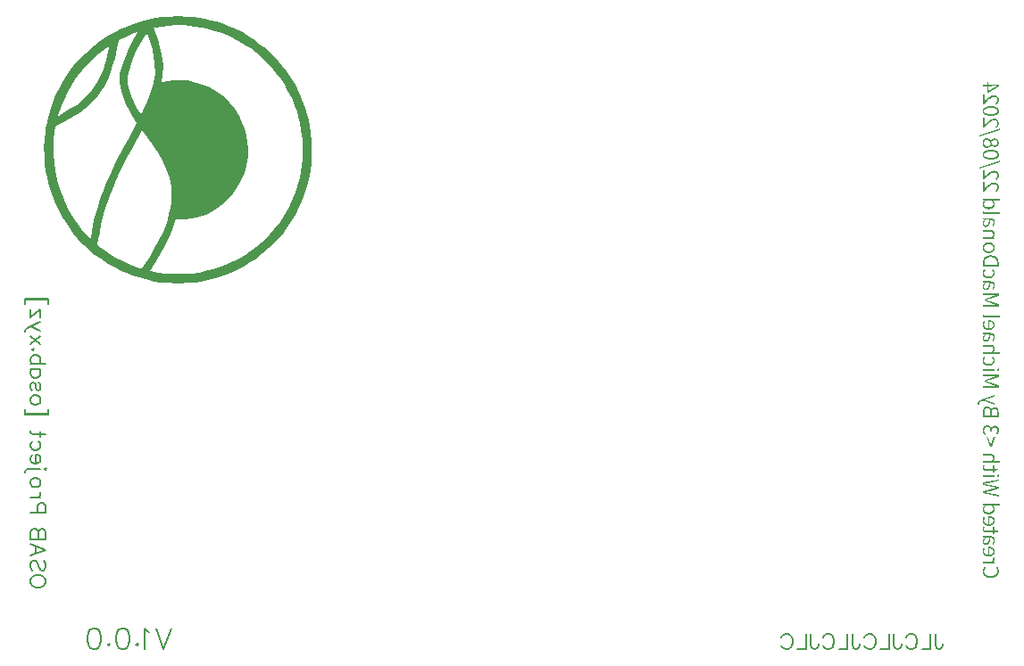
<source format=gbo>
G04 Layer: BottomSilkscreenLayer*
G04 EasyEDA v6.5.44, 2024-09-11 13:33:57*
G04 d97fa038366940f8a7afa66022820b17,998d2601f2934e99b29d4200b4e4a5d6,10*
G04 Gerber Generator version 0.2*
G04 Scale: 100 percent, Rotated: No, Reflected: No *
G04 Dimensions in inches *
G04 leading zeros omitted , absolute positions ,3 integer and 6 decimal *
%FSLAX36Y36*%
%MOIN*%

%ADD10C,0.0080*%
%ADD11C,0.0060*%

%LPD*%
G36*
X597020Y2400000D02*
G01*
X561260Y2398100D01*
X537680Y2395780D01*
X515680Y2392620D01*
X488160Y2387120D01*
X461420Y2380220D01*
X431560Y2370480D01*
X407980Y2361460D01*
X387540Y2352420D01*
X358440Y2337400D01*
X338420Y2325920D01*
X309700Y2306780D01*
X286900Y2289480D01*
X269600Y2275000D01*
X253880Y2260440D01*
X239700Y2246140D01*
X226320Y2232000D01*
X209780Y2212340D01*
X193240Y2190340D01*
X179820Y2170700D01*
X165720Y2147140D01*
X158420Y2134520D01*
X142780Y2102340D01*
X132280Y2076420D01*
X121359Y2044199D01*
X117138Y2028800D01*
X152680Y2028800D01*
X158540Y2048140D01*
X168000Y2073280D01*
X177240Y2094900D01*
X188420Y2117280D01*
X201080Y2140060D01*
X215100Y2162060D01*
X225760Y2177000D01*
X241040Y2196640D01*
X258840Y2217060D01*
X286120Y2243840D01*
X306560Y2261660D01*
X330140Y2279240D01*
X343120Y2288300D01*
X342920Y2281500D01*
X332000Y2236720D01*
X320140Y2200560D01*
X309120Y2173060D01*
X298780Y2152640D01*
X286020Y2133660D01*
X273640Y2118060D01*
X259980Y2102340D01*
X242079Y2085060D01*
X220859Y2068060D01*
X196500Y2051840D01*
X173700Y2038560D01*
X153560Y2027920D01*
X152680Y2028800D01*
X117138Y2028800D01*
X115760Y2023779D01*
X111160Y2004120D01*
X106540Y1979780D01*
X104160Y1963280D01*
X101780Y1939180D01*
X100000Y1905120D01*
X100677Y1883120D01*
X134640Y1883120D01*
X135400Y1938120D01*
X138780Y1966320D01*
X142700Y1987620D01*
X143560Y1990440D01*
X165840Y2001100D01*
X194920Y2016519D01*
X218500Y2030680D01*
X233440Y2040920D01*
X250740Y2053920D01*
X271340Y2071980D01*
X293440Y2095280D01*
X300420Y2103920D01*
X315260Y2123600D01*
X324540Y2137680D01*
X337440Y2163640D01*
X348020Y2190340D01*
X356360Y2215500D01*
X363459Y2239840D01*
X367420Y2255560D01*
X372340Y2278340D01*
X377520Y2307980D01*
X379660Y2310080D01*
X407980Y2324140D01*
X434700Y2335220D01*
X450040Y2340740D01*
X450040Y2339500D01*
X442120Y2328220D01*
X430920Y2309780D01*
X414000Y2275200D01*
X403540Y2248560D01*
X392700Y2215500D01*
X383200Y2181760D01*
X383210Y2174640D01*
X412080Y2174640D01*
X421880Y2210000D01*
X433400Y2244680D01*
X445260Y2272380D01*
X454099Y2290140D01*
X468180Y2313700D01*
X483440Y2335700D01*
X485800Y2335700D01*
X495580Y2306340D01*
X504120Y2274420D01*
X509080Y2250840D01*
X513100Y2225700D01*
X513620Y2182500D01*
X511340Y2166000D01*
X508140Y2148700D01*
X502600Y2127480D01*
X495420Y2105480D01*
X483160Y2074840D01*
X469900Y2046540D01*
X463540Y2033899D01*
X461320Y2032060D01*
X446019Y2057560D01*
X428900Y2092140D01*
X420800Y2114140D01*
X415560Y2134560D01*
X413120Y2151060D01*
X412080Y2174640D01*
X383210Y2174640D01*
X383220Y2154980D01*
X385620Y2134620D01*
X388060Y2122800D01*
X392580Y2105440D01*
X398280Y2088980D01*
X406120Y2070280D01*
X414080Y2054420D01*
X425900Y2033200D01*
X440080Y2010420D01*
X446220Y2001279D01*
X445500Y1999360D01*
X413640Y1941279D01*
X394020Y1905120D01*
X365980Y1850920D01*
X346880Y1810060D01*
X331960Y1775480D01*
X324060Y1755840D01*
X309520Y1715760D01*
X301580Y1690620D01*
X294460Y1666260D01*
X289780Y1648980D01*
X283240Y1621480D01*
X277840Y1594840D01*
X273840Y1571980D01*
X272980Y1569040D01*
X258020Y1583760D01*
X239720Y1604980D01*
X226220Y1622260D01*
X209680Y1645840D01*
X192920Y1673720D01*
X177500Y1703980D01*
X166900Y1729120D01*
X158220Y1753480D01*
X148320Y1788060D01*
X141120Y1824199D01*
X137080Y1854060D01*
X134640Y1883120D01*
X100677Y1883120D01*
X101039Y1871339D01*
X102640Y1850920D01*
X106460Y1819480D01*
X111120Y1795920D01*
X115740Y1776260D01*
X121359Y1755800D01*
X131400Y1725980D01*
X142060Y1699259D01*
X158180Y1666040D01*
X168840Y1647400D01*
X178299Y1631699D01*
X190420Y1613540D01*
X209720Y1587700D01*
X226280Y1568040D01*
X246020Y1546960D01*
X249262Y1543940D01*
X299760Y1543940D01*
X303080Y1567260D01*
X307080Y1590040D01*
X313300Y1620700D01*
X323340Y1659980D01*
X335420Y1700060D01*
X347980Y1735400D01*
X360520Y1766819D01*
X369260Y1787260D01*
X385680Y1823280D01*
X408960Y1869760D01*
X431200Y1911420D01*
X464260Y1971920D01*
X465600Y1973260D01*
X468440Y1968779D01*
X483579Y1947560D01*
X508160Y1911960D01*
X523480Y1888620D01*
X540500Y1859560D01*
X552860Y1835200D01*
X559880Y1818700D01*
X567200Y1797680D01*
X571920Y1778980D01*
X575220Y1760560D01*
X575720Y1725200D01*
X573600Y1704640D01*
X570260Y1680740D01*
X566360Y1661540D01*
X560100Y1637580D01*
X553600Y1617540D01*
X543500Y1592400D01*
X526280Y1557240D01*
X512640Y1532680D01*
X494260Y1501260D01*
X466380Y1456480D01*
X464580Y1454580D01*
X437840Y1463740D01*
X415040Y1472780D01*
X388320Y1485420D01*
X371019Y1494800D01*
X356079Y1503480D01*
X331719Y1519500D01*
X312060Y1534120D01*
X299760Y1543940D01*
X249262Y1543940D01*
X269300Y1525260D01*
X290040Y1508000D01*
X311280Y1492060D01*
X338780Y1473880D01*
X364460Y1459180D01*
X388534Y1447200D01*
X495540Y1447200D01*
X518900Y1484760D01*
X535300Y1512260D01*
X549920Y1538180D01*
X566240Y1570620D01*
X578940Y1600560D01*
X589720Y1633260D01*
X591200Y1638760D01*
X626520Y1639740D01*
X646960Y1642400D01*
X669760Y1646940D01*
X688900Y1652440D01*
X704360Y1658160D01*
X727940Y1669540D01*
X747560Y1681740D01*
X760960Y1692100D01*
X778480Y1707460D01*
X796660Y1726759D01*
X805460Y1737760D01*
X817700Y1755840D01*
X828160Y1773520D01*
X837420Y1791980D01*
X844120Y1807700D01*
X850240Y1824820D01*
X854840Y1841480D01*
X858139Y1856420D01*
X861160Y1877620D01*
X861180Y1906699D01*
X859599Y1927440D01*
X854980Y1954620D01*
X847920Y1978980D01*
X843300Y1992340D01*
X838319Y2004720D01*
X827520Y2026920D01*
X817400Y2044379D01*
X803560Y2063839D01*
X792159Y2077200D01*
X770380Y2098580D01*
X754140Y2111420D01*
X734200Y2124600D01*
X711420Y2136420D01*
X690200Y2144920D01*
X668980Y2151420D01*
X648420Y2156060D01*
X634380Y2158520D01*
X577560Y2158520D01*
X561260Y2156860D01*
X542560Y2153060D01*
X539420Y2152060D01*
X542900Y2175420D01*
X543740Y2214700D01*
X541180Y2238760D01*
X537980Y2257820D01*
X532500Y2283860D01*
X524660Y2312920D01*
X510020Y2356460D01*
X518040Y2358080D01*
X537680Y2361200D01*
X560480Y2363560D01*
X591140Y2365160D01*
X622020Y2365180D01*
X661900Y2361220D01*
X687460Y2357240D01*
X709060Y2352540D01*
X738040Y2344640D01*
X756240Y2338660D01*
X789140Y2325660D01*
X826200Y2307160D01*
X852740Y2291300D01*
X870240Y2279320D01*
X890660Y2264100D01*
X911900Y2246280D01*
X947340Y2210780D01*
X966260Y2188000D01*
X976860Y2174140D01*
X997640Y2143200D01*
X1010000Y2121200D01*
X1023760Y2093700D01*
X1031720Y2075340D01*
X1036420Y2063060D01*
X1043520Y2042980D01*
X1049020Y2024560D01*
X1054520Y2002560D01*
X1059980Y1972700D01*
X1063960Y1938920D01*
X1065600Y1914820D01*
X1065360Y1880760D01*
X1064120Y1861920D01*
X1062340Y1843839D01*
X1058480Y1817120D01*
X1053640Y1793560D01*
X1049060Y1775880D01*
X1041080Y1749560D01*
X1034740Y1732260D01*
X1025639Y1710260D01*
X1011620Y1681200D01*
X996360Y1654740D01*
X980420Y1630900D01*
X968600Y1615200D01*
X959140Y1603400D01*
X941520Y1582980D01*
X911900Y1553839D01*
X891860Y1536780D01*
X868640Y1519340D01*
X852140Y1508160D01*
X828500Y1493959D01*
X792400Y1475760D01*
X767480Y1465500D01*
X748220Y1458520D01*
X729500Y1452820D01*
X699640Y1445200D01*
X679200Y1441020D01*
X650900Y1437360D01*
X630460Y1435260D01*
X573060Y1435340D01*
X551060Y1437260D01*
X529820Y1439680D01*
X511740Y1442720D01*
X496800Y1446040D01*
X495540Y1447200D01*
X388534Y1447200D01*
X407980Y1438600D01*
X429200Y1430320D01*
X453560Y1422260D01*
X477939Y1415280D01*
X510900Y1408040D01*
X536120Y1404280D01*
X559700Y1401900D01*
X600320Y1400000D01*
X639880Y1401879D01*
X662680Y1404220D01*
X685480Y1407440D01*
X713000Y1413020D01*
X737380Y1419280D01*
X771960Y1430740D01*
X786900Y1436240D01*
X812840Y1447520D01*
X844280Y1463660D01*
X868660Y1478360D01*
X887440Y1490900D01*
X915180Y1511800D01*
X938620Y1531720D01*
X970220Y1563540D01*
X993680Y1591620D01*
X1005580Y1607340D01*
X1024460Y1635620D01*
X1036780Y1656040D01*
X1055880Y1693760D01*
X1067800Y1722840D01*
X1075120Y1744060D01*
X1085160Y1777840D01*
X1090720Y1802980D01*
X1093840Y1819480D01*
X1097720Y1850920D01*
X1099440Y1872920D01*
X1100000Y1882340D01*
X1099500Y1931060D01*
X1096200Y1963280D01*
X1091640Y1993120D01*
X1085160Y2022200D01*
X1082880Y2030060D01*
X1074960Y2056360D01*
X1066540Y2080340D01*
X1055860Y2106280D01*
X1037600Y2142420D01*
X1024460Y2164420D01*
X1005500Y2192700D01*
X989880Y2213140D01*
X974780Y2231160D01*
X954180Y2253200D01*
X933900Y2272120D01*
X921340Y2283080D01*
X906400Y2294920D01*
X890660Y2306760D01*
X866300Y2323080D01*
X840360Y2338540D01*
X804200Y2356380D01*
X785120Y2364320D01*
X764100Y2372060D01*
X744440Y2378420D01*
X722440Y2384740D01*
X697960Y2390200D01*
X679980Y2393380D01*
X662680Y2395800D01*
X638640Y2398160D01*
G37*
G36*
X3621300Y2152400D02*
G01*
X3621300Y2144400D01*
X3605000Y2144400D01*
X3605000Y2138300D01*
X3621300Y2138300D01*
X3621300Y2119600D01*
X3626500Y2119600D01*
X3626500Y2138300D01*
X3648000Y2138340D01*
X3653540Y2138600D01*
X3656000Y2138800D01*
X3656000Y2138400D01*
X3647500Y2133700D01*
X3626500Y2119600D01*
X3621300Y2119600D01*
X3621300Y2112600D01*
X3625600Y2112600D01*
X3663600Y2137500D01*
X3663600Y2144400D01*
X3626500Y2144400D01*
X3626500Y2152400D01*
G37*
G36*
X3605000Y2107000D02*
G01*
X3605000Y2070800D01*
X3608900Y2070800D01*
X3613660Y2076100D01*
X3618180Y2080780D01*
X3622460Y2084880D01*
X3626520Y2088380D01*
X3630380Y2091320D01*
X3634040Y2093680D01*
X3635820Y2094660D01*
X3639240Y2096220D01*
X3642520Y2097240D01*
X3645680Y2097740D01*
X3647200Y2097800D01*
X3649700Y2097640D01*
X3652000Y2097140D01*
X3654060Y2096300D01*
X3655840Y2095100D01*
X3657300Y2093560D01*
X3658380Y2091639D01*
X3659060Y2089360D01*
X3659300Y2086699D01*
X3659160Y2084900D01*
X3658780Y2083160D01*
X3658140Y2081480D01*
X3657320Y2079880D01*
X3656300Y2078360D01*
X3655120Y2076900D01*
X3653820Y2075520D01*
X3652400Y2074199D01*
X3656000Y2070400D01*
X3657860Y2072180D01*
X3659540Y2074019D01*
X3661000Y2075920D01*
X3662260Y2077920D01*
X3663260Y2080060D01*
X3663980Y2082320D01*
X3664440Y2084760D01*
X3664600Y2087400D01*
X3664460Y2089920D01*
X3664060Y2092260D01*
X3663399Y2094420D01*
X3662480Y2096380D01*
X3661320Y2098140D01*
X3659940Y2099700D01*
X3658360Y2101040D01*
X3656560Y2102160D01*
X3654560Y2103040D01*
X3652380Y2103680D01*
X3650020Y2104060D01*
X3647500Y2104200D01*
X3645720Y2104140D01*
X3643920Y2103920D01*
X3642140Y2103580D01*
X3640340Y2103120D01*
X3638540Y2102520D01*
X3636720Y2101800D01*
X3633080Y2100020D01*
X3629400Y2097760D01*
X3625659Y2095080D01*
X3621880Y2092000D01*
X3618039Y2088540D01*
X3614100Y2084740D01*
X3610100Y2080600D01*
X3610460Y2085440D01*
X3610600Y2090200D01*
X3610600Y2107000D01*
G37*
G36*
X3634500Y2063100D02*
G01*
X3630779Y2063020D01*
X3627300Y2062780D01*
X3624080Y2062400D01*
X3621080Y2061840D01*
X3618340Y2061160D01*
X3615840Y2060340D01*
X3613580Y2059379D01*
X3611560Y2058280D01*
X3609780Y2057040D01*
X3608240Y2055700D01*
X3606940Y2054220D01*
X3605880Y2052640D01*
X3605059Y2050940D01*
X3604460Y2049120D01*
X3604120Y2047220D01*
X3604000Y2045200D01*
X3609200Y2045200D01*
X3609360Y2046879D01*
X3609860Y2048460D01*
X3610700Y2049920D01*
X3611900Y2051279D01*
X3613440Y2052500D01*
X3615320Y2053580D01*
X3617580Y2054540D01*
X3620200Y2055320D01*
X3623200Y2055960D01*
X3626580Y2056420D01*
X3630340Y2056699D01*
X3634500Y2056800D01*
X3638580Y2056699D01*
X3642280Y2056420D01*
X3645580Y2055960D01*
X3648519Y2055320D01*
X3651100Y2054540D01*
X3653320Y2053580D01*
X3655160Y2052500D01*
X3656680Y2051279D01*
X3657820Y2049920D01*
X3658660Y2048460D01*
X3659140Y2046879D01*
X3659300Y2045200D01*
X3659140Y2043520D01*
X3658660Y2041940D01*
X3657820Y2040480D01*
X3656680Y2039120D01*
X3655160Y2037900D01*
X3653320Y2036819D01*
X3651100Y2035860D01*
X3648519Y2035080D01*
X3645580Y2034440D01*
X3642280Y2033980D01*
X3638580Y2033700D01*
X3634500Y2033600D01*
X3630340Y2033700D01*
X3626580Y2033980D01*
X3623200Y2034440D01*
X3620200Y2035080D01*
X3617580Y2035860D01*
X3615320Y2036819D01*
X3613440Y2037900D01*
X3611900Y2039120D01*
X3610700Y2040480D01*
X3609860Y2041940D01*
X3609360Y2043520D01*
X3609200Y2045200D01*
X3604000Y2045200D01*
X3604120Y2043180D01*
X3604460Y2041260D01*
X3605059Y2039460D01*
X3605880Y2037740D01*
X3606940Y2036160D01*
X3608240Y2034680D01*
X3609780Y2033320D01*
X3611560Y2032080D01*
X3613580Y2030960D01*
X3615840Y2030000D01*
X3618340Y2029160D01*
X3621080Y2028460D01*
X3624080Y2027920D01*
X3627300Y2027520D01*
X3630779Y2027280D01*
X3634500Y2027200D01*
X3638180Y2027280D01*
X3641620Y2027520D01*
X3644820Y2027920D01*
X3647760Y2028460D01*
X3650480Y2029160D01*
X3652940Y2030000D01*
X3655179Y2030960D01*
X3657160Y2032080D01*
X3658920Y2033320D01*
X3660419Y2034680D01*
X3661700Y2036160D01*
X3662760Y2037740D01*
X3663560Y2039460D01*
X3664140Y2041260D01*
X3664480Y2043180D01*
X3664600Y2045200D01*
X3664480Y2047220D01*
X3664140Y2049120D01*
X3663560Y2050940D01*
X3662760Y2052640D01*
X3661700Y2054220D01*
X3660419Y2055700D01*
X3658920Y2057040D01*
X3657160Y2058280D01*
X3655179Y2059379D01*
X3652940Y2060340D01*
X3650480Y2061160D01*
X3647760Y2061840D01*
X3644820Y2062400D01*
X3641620Y2062780D01*
X3638180Y2063020D01*
G37*
G36*
X3605000Y2019199D02*
G01*
X3605000Y1982900D01*
X3608900Y1982900D01*
X3613660Y1988200D01*
X3618180Y1992900D01*
X3622460Y1997000D01*
X3624500Y1998839D01*
X3628460Y2002060D01*
X3632240Y2004720D01*
X3635820Y2006840D01*
X3639240Y2008400D01*
X3640899Y2008980D01*
X3642520Y2009420D01*
X3644120Y2009740D01*
X3645680Y2009940D01*
X3647200Y2010000D01*
X3649700Y2009840D01*
X3652000Y2009319D01*
X3654060Y2008460D01*
X3655840Y2007240D01*
X3657300Y2005680D01*
X3658380Y2003760D01*
X3659060Y2001459D01*
X3659300Y1998800D01*
X3659160Y1997020D01*
X3658780Y1995300D01*
X3658140Y1993640D01*
X3657320Y1992040D01*
X3656300Y1990500D01*
X3655120Y1989060D01*
X3653820Y1987680D01*
X3652400Y1986399D01*
X3656000Y1982500D01*
X3657860Y1984280D01*
X3659540Y1986120D01*
X3661000Y1988060D01*
X3662260Y1990080D01*
X3663260Y1992220D01*
X3663980Y1994500D01*
X3664440Y1996960D01*
X3664600Y1999600D01*
X3664460Y2002120D01*
X3664060Y2004460D01*
X3663399Y2006620D01*
X3662480Y2008580D01*
X3661320Y2010340D01*
X3659940Y2011900D01*
X3658360Y2013240D01*
X3656560Y2014360D01*
X3654560Y2015240D01*
X3652380Y2015880D01*
X3650020Y2016260D01*
X3647500Y2016399D01*
X3645720Y2016339D01*
X3643920Y2016120D01*
X3642140Y2015780D01*
X3640340Y2015320D01*
X3638540Y2014720D01*
X3636720Y2014000D01*
X3633080Y2012220D01*
X3629400Y2009960D01*
X3625659Y2007280D01*
X3621880Y2004199D01*
X3618039Y2000740D01*
X3614100Y1996940D01*
X3610100Y1992800D01*
X3610460Y1997640D01*
X3610600Y2002400D01*
X3610600Y2019199D01*
G37*
G36*
X3668399Y1978400D02*
G01*
X3590800Y1953600D01*
X3590800Y1948800D01*
X3668399Y1973600D01*
G37*
G36*
X3619000Y1944300D02*
G01*
X3616940Y1944160D01*
X3614980Y1943700D01*
X3613120Y1943000D01*
X3611380Y1942000D01*
X3609780Y1940780D01*
X3608360Y1939300D01*
X3607100Y1937600D01*
X3606019Y1935700D01*
X3605160Y1933580D01*
X3604520Y1931300D01*
X3604140Y1928820D01*
X3604005Y1926300D01*
X3608800Y1926300D01*
X3609000Y1928820D01*
X3609580Y1931080D01*
X3610500Y1933080D01*
X3611740Y1934780D01*
X3613279Y1936140D01*
X3615040Y1937160D01*
X3617040Y1937780D01*
X3619200Y1938000D01*
X3621120Y1937840D01*
X3622860Y1937400D01*
X3624420Y1936699D01*
X3625820Y1935740D01*
X3627100Y1934560D01*
X3628260Y1933180D01*
X3629320Y1931639D01*
X3630140Y1930200D01*
X3636500Y1930200D01*
X3639240Y1932980D01*
X3642220Y1934980D01*
X3645380Y1936200D01*
X3648700Y1936600D01*
X3650860Y1936420D01*
X3652880Y1935900D01*
X3654700Y1935060D01*
X3656320Y1933880D01*
X3657640Y1932420D01*
X3658639Y1930660D01*
X3659280Y1928600D01*
X3659500Y1926300D01*
X3659320Y1924280D01*
X3658780Y1922420D01*
X3657919Y1920760D01*
X3656760Y1919340D01*
X3655320Y1918200D01*
X3653639Y1917320D01*
X3651720Y1916780D01*
X3649600Y1916600D01*
X3647080Y1916900D01*
X3644900Y1917740D01*
X3643000Y1919060D01*
X3641360Y1920780D01*
X3639940Y1922820D01*
X3638680Y1925120D01*
X3637540Y1927600D01*
X3636500Y1930200D01*
X3630140Y1930200D01*
X3631220Y1928080D01*
X3633800Y1922000D01*
X3632559Y1920240D01*
X3631160Y1918620D01*
X3629620Y1917180D01*
X3627960Y1915960D01*
X3626139Y1914960D01*
X3624200Y1914220D01*
X3622160Y1913760D01*
X3620000Y1913600D01*
X3617679Y1913839D01*
X3615560Y1914560D01*
X3613639Y1915700D01*
X3612000Y1917220D01*
X3610659Y1919079D01*
X3609660Y1921240D01*
X3609020Y1923660D01*
X3608800Y1926300D01*
X3604005Y1926300D01*
X3604140Y1923580D01*
X3604520Y1921100D01*
X3605160Y1918779D01*
X3606019Y1916620D01*
X3607100Y1914660D01*
X3608380Y1912880D01*
X3609860Y1911339D01*
X3611520Y1910040D01*
X3613320Y1909000D01*
X3615280Y1908240D01*
X3617380Y1907760D01*
X3619600Y1907600D01*
X3622440Y1907860D01*
X3625080Y1908560D01*
X3627460Y1909660D01*
X3629620Y1911060D01*
X3631560Y1912720D01*
X3633240Y1914560D01*
X3634700Y1916500D01*
X3635899Y1918500D01*
X3636200Y1918500D01*
X3637360Y1916960D01*
X3638660Y1915500D01*
X3640100Y1914160D01*
X3641700Y1912980D01*
X3643440Y1912000D01*
X3645340Y1911240D01*
X3647400Y1910760D01*
X3649600Y1910600D01*
X3651740Y1910740D01*
X3653759Y1911140D01*
X3655620Y1911800D01*
X3657340Y1912700D01*
X3658920Y1913800D01*
X3660299Y1915120D01*
X3661500Y1916620D01*
X3662520Y1918300D01*
X3663320Y1920140D01*
X3663920Y1922100D01*
X3664280Y1924199D01*
X3664400Y1926399D01*
X3664260Y1928800D01*
X3663880Y1931020D01*
X3663260Y1933060D01*
X3662400Y1934920D01*
X3661340Y1936600D01*
X3660080Y1938060D01*
X3658620Y1939319D01*
X3657000Y1940380D01*
X3655200Y1941200D01*
X3653260Y1941800D01*
X3651200Y1942180D01*
X3649000Y1942300D01*
X3646720Y1942100D01*
X3644540Y1941540D01*
X3642500Y1940700D01*
X3640580Y1939620D01*
X3638840Y1938400D01*
X3637280Y1937060D01*
X3635940Y1935720D01*
X3634800Y1934400D01*
X3634400Y1934400D01*
X3633200Y1936279D01*
X3631860Y1938100D01*
X3630320Y1939780D01*
X3628580Y1941260D01*
X3626600Y1942520D01*
X3624360Y1943480D01*
X3621840Y1944079D01*
G37*
G36*
X3634500Y1900000D02*
G01*
X3630779Y1899920D01*
X3627300Y1899680D01*
X3624080Y1899300D01*
X3621080Y1898760D01*
X3618340Y1898060D01*
X3615840Y1897240D01*
X3613580Y1896279D01*
X3611560Y1895180D01*
X3609780Y1893940D01*
X3608240Y1892600D01*
X3606940Y1891120D01*
X3605880Y1889540D01*
X3605059Y1887840D01*
X3604460Y1886020D01*
X3604120Y1884120D01*
X3604000Y1882100D01*
X3609200Y1882100D01*
X3609360Y1883779D01*
X3609860Y1885340D01*
X3610700Y1886800D01*
X3611900Y1888140D01*
X3613440Y1889360D01*
X3615320Y1890440D01*
X3617580Y1891380D01*
X3620200Y1892160D01*
X3623200Y1892780D01*
X3626580Y1893220D01*
X3630340Y1893500D01*
X3634500Y1893600D01*
X3638580Y1893500D01*
X3642280Y1893220D01*
X3645580Y1892780D01*
X3648519Y1892160D01*
X3651100Y1891380D01*
X3653320Y1890440D01*
X3655160Y1889360D01*
X3656680Y1888140D01*
X3657820Y1886800D01*
X3658660Y1885340D01*
X3659140Y1883779D01*
X3659300Y1882100D01*
X3659140Y1880420D01*
X3658660Y1878839D01*
X3657820Y1877360D01*
X3656680Y1876000D01*
X3655160Y1874760D01*
X3653320Y1873660D01*
X3651100Y1872700D01*
X3648519Y1871900D01*
X3645580Y1871260D01*
X3642280Y1870780D01*
X3638580Y1870500D01*
X3634500Y1870400D01*
X3630340Y1870500D01*
X3626580Y1870780D01*
X3623200Y1871260D01*
X3620200Y1871900D01*
X3617580Y1872700D01*
X3615320Y1873660D01*
X3613440Y1874760D01*
X3611900Y1876000D01*
X3610700Y1877360D01*
X3609860Y1878839D01*
X3609360Y1880420D01*
X3609200Y1882100D01*
X3604000Y1882100D01*
X3604120Y1880080D01*
X3604460Y1878160D01*
X3605059Y1876360D01*
X3605880Y1874640D01*
X3606940Y1873060D01*
X3608240Y1871579D01*
X3609780Y1870220D01*
X3611560Y1868980D01*
X3613580Y1867860D01*
X3615840Y1866900D01*
X3618340Y1866060D01*
X3621080Y1865360D01*
X3624080Y1864820D01*
X3627300Y1864420D01*
X3630779Y1864180D01*
X3634500Y1864100D01*
X3638180Y1864180D01*
X3641620Y1864420D01*
X3644820Y1864820D01*
X3647760Y1865360D01*
X3650480Y1866060D01*
X3652940Y1866900D01*
X3655179Y1867860D01*
X3657160Y1868980D01*
X3658920Y1870220D01*
X3660419Y1871579D01*
X3661700Y1873060D01*
X3662760Y1874640D01*
X3663560Y1876360D01*
X3664140Y1878160D01*
X3664480Y1880080D01*
X3664600Y1882100D01*
X3664480Y1884120D01*
X3664140Y1886020D01*
X3663560Y1887840D01*
X3662760Y1889540D01*
X3661700Y1891120D01*
X3660419Y1892600D01*
X3658920Y1893940D01*
X3657160Y1895180D01*
X3655179Y1896279D01*
X3652940Y1897240D01*
X3650480Y1898060D01*
X3647760Y1898760D01*
X3644820Y1899300D01*
X3641620Y1899680D01*
X3638180Y1899920D01*
G37*
G36*
X3668399Y1859199D02*
G01*
X3590800Y1834400D01*
X3590800Y1829600D01*
X3668399Y1854400D01*
G37*
G36*
X3605000Y1824700D02*
G01*
X3605000Y1788400D01*
X3608900Y1788400D01*
X3613660Y1793720D01*
X3618180Y1798440D01*
X3622460Y1802540D01*
X3624500Y1804379D01*
X3628460Y1807600D01*
X3632240Y1810260D01*
X3634040Y1811380D01*
X3635820Y1812360D01*
X3637559Y1813200D01*
X3639240Y1813899D01*
X3640899Y1814480D01*
X3642520Y1814940D01*
X3645680Y1815440D01*
X3647200Y1815500D01*
X3649700Y1815340D01*
X3652000Y1814840D01*
X3654060Y1814000D01*
X3655840Y1812800D01*
X3657300Y1811260D01*
X3658380Y1809340D01*
X3659060Y1807060D01*
X3659300Y1804400D01*
X3659160Y1802600D01*
X3658780Y1800840D01*
X3658140Y1799160D01*
X3657320Y1797540D01*
X3656300Y1796020D01*
X3655120Y1794560D01*
X3653820Y1793180D01*
X3652400Y1791900D01*
X3656000Y1788000D01*
X3657860Y1789820D01*
X3659540Y1791680D01*
X3661000Y1793600D01*
X3662260Y1795620D01*
X3663260Y1797740D01*
X3663980Y1800020D01*
X3664440Y1802460D01*
X3664600Y1805100D01*
X3664460Y1807620D01*
X3664060Y1809960D01*
X3663399Y1812120D01*
X3662480Y1814079D01*
X3661320Y1815840D01*
X3659940Y1817400D01*
X3658360Y1818740D01*
X3656560Y1819860D01*
X3654560Y1820740D01*
X3652380Y1821380D01*
X3650020Y1821759D01*
X3647500Y1821900D01*
X3645720Y1821840D01*
X3643920Y1821620D01*
X3642140Y1821279D01*
X3640340Y1820820D01*
X3638540Y1820220D01*
X3636720Y1819500D01*
X3633080Y1817720D01*
X3629400Y1815460D01*
X3625659Y1812780D01*
X3621880Y1809700D01*
X3618039Y1806240D01*
X3614100Y1802440D01*
X3610100Y1798300D01*
X3610460Y1803140D01*
X3610600Y1807900D01*
X3610600Y1824700D01*
G37*
G36*
X3605000Y1780800D02*
G01*
X3605000Y1744500D01*
X3608900Y1744500D01*
X3613660Y1749800D01*
X3618180Y1754500D01*
X3622460Y1758600D01*
X3624500Y1760440D01*
X3628460Y1763660D01*
X3632240Y1766320D01*
X3635820Y1768440D01*
X3639240Y1770000D01*
X3640899Y1770580D01*
X3642520Y1771020D01*
X3644120Y1771339D01*
X3645680Y1771540D01*
X3647200Y1771600D01*
X3649700Y1771440D01*
X3652000Y1770920D01*
X3654060Y1770060D01*
X3655840Y1768860D01*
X3657300Y1767280D01*
X3658380Y1765360D01*
X3659060Y1763060D01*
X3659300Y1760400D01*
X3659160Y1758620D01*
X3658780Y1756900D01*
X3658140Y1755240D01*
X3657320Y1753640D01*
X3656300Y1752100D01*
X3655120Y1750660D01*
X3653820Y1749280D01*
X3652400Y1748000D01*
X3656000Y1744100D01*
X3657860Y1745880D01*
X3659540Y1747720D01*
X3661000Y1749660D01*
X3662260Y1751680D01*
X3663260Y1753820D01*
X3663980Y1756100D01*
X3664440Y1758560D01*
X3664600Y1761200D01*
X3664460Y1763720D01*
X3664060Y1766060D01*
X3663399Y1768220D01*
X3662480Y1770180D01*
X3661320Y1771940D01*
X3659940Y1773500D01*
X3658360Y1774840D01*
X3656560Y1775960D01*
X3654560Y1776840D01*
X3652380Y1777480D01*
X3650020Y1777860D01*
X3647500Y1778000D01*
X3645720Y1777940D01*
X3643920Y1777720D01*
X3642140Y1777380D01*
X3640340Y1776920D01*
X3638540Y1776320D01*
X3636720Y1775600D01*
X3633080Y1773820D01*
X3629400Y1771560D01*
X3625659Y1768880D01*
X3621880Y1765800D01*
X3618039Y1762340D01*
X3614100Y1758540D01*
X3610100Y1754400D01*
X3610460Y1759240D01*
X3610600Y1764000D01*
X3610600Y1780800D01*
G37*
G36*
X3605000Y1715600D02*
G01*
X3605000Y1710200D01*
X3610200Y1709600D01*
X3610200Y1709400D01*
X3608960Y1708060D01*
X3607799Y1706620D01*
X3606740Y1705060D01*
X3605820Y1703420D01*
X3605059Y1701680D01*
X3604500Y1699860D01*
X3604120Y1697960D01*
X3604085Y1697400D01*
X3609500Y1697400D01*
X3609900Y1700460D01*
X3611040Y1703360D01*
X3612960Y1706220D01*
X3615600Y1709100D01*
X3639000Y1709100D01*
X3641180Y1706260D01*
X3642679Y1703520D01*
X3643519Y1700780D01*
X3643800Y1698000D01*
X3643660Y1696220D01*
X3643220Y1694500D01*
X3642540Y1692880D01*
X3641580Y1691380D01*
X3640400Y1690000D01*
X3638980Y1688760D01*
X3637360Y1687680D01*
X3635539Y1686740D01*
X3633540Y1686000D01*
X3631380Y1685460D01*
X3629060Y1685120D01*
X3626600Y1685000D01*
X3624040Y1685100D01*
X3621660Y1685360D01*
X3619460Y1685820D01*
X3617460Y1686459D01*
X3615659Y1687260D01*
X3614080Y1688240D01*
X3612720Y1689379D01*
X3611580Y1690680D01*
X3610680Y1692120D01*
X3610040Y1693740D01*
X3609640Y1695500D01*
X3609500Y1697400D01*
X3604085Y1697400D01*
X3604000Y1696000D01*
X3604100Y1694019D01*
X3604380Y1692140D01*
X3604840Y1690340D01*
X3605500Y1688660D01*
X3606320Y1687080D01*
X3607320Y1685620D01*
X3608500Y1684280D01*
X3609860Y1683040D01*
X3611380Y1681960D01*
X3613080Y1680980D01*
X3614940Y1680160D01*
X3616960Y1679460D01*
X3619120Y1678920D01*
X3621460Y1678520D01*
X3623960Y1678280D01*
X3626600Y1678200D01*
X3629140Y1678300D01*
X3631560Y1678600D01*
X3633860Y1679079D01*
X3636019Y1679740D01*
X3638020Y1680560D01*
X3639900Y1681540D01*
X3641600Y1682640D01*
X3643159Y1683880D01*
X3644560Y1685240D01*
X3645779Y1686699D01*
X3646840Y1688260D01*
X3647700Y1689880D01*
X3648399Y1691579D01*
X3648900Y1693340D01*
X3649200Y1695160D01*
X3649300Y1697000D01*
X3648960Y1700540D01*
X3647960Y1703660D01*
X3646340Y1706540D01*
X3644200Y1709400D01*
X3651700Y1709100D01*
X3668700Y1709100D01*
X3668700Y1715600D01*
G37*
G36*
X3604500Y1670100D02*
G01*
X3604140Y1668460D01*
X3604000Y1666200D01*
X3604580Y1663000D01*
X3606320Y1660820D01*
X3609100Y1659600D01*
X3612900Y1659199D01*
X3668700Y1659199D01*
X3668700Y1665600D01*
X3612400Y1665600D01*
X3611040Y1665760D01*
X3610120Y1666180D01*
X3609580Y1666819D01*
X3609400Y1667900D01*
X3609600Y1669199D01*
G37*
G36*
X3605000Y1644900D02*
G01*
X3605000Y1639600D01*
X3610299Y1639000D01*
X3610299Y1638800D01*
X3609020Y1637180D01*
X3607840Y1635500D01*
X3606760Y1633760D01*
X3605840Y1631960D01*
X3605080Y1630080D01*
X3604500Y1628160D01*
X3604108Y1626000D01*
X3609200Y1626000D01*
X3609580Y1629180D01*
X3610740Y1632200D01*
X3612620Y1635220D01*
X3615200Y1638400D01*
X3627900Y1638400D01*
X3627420Y1634800D01*
X3626840Y1631620D01*
X3626180Y1628800D01*
X3625460Y1626360D01*
X3624640Y1624259D01*
X3623740Y1622500D01*
X3622760Y1621060D01*
X3621680Y1619920D01*
X3620520Y1619060D01*
X3619260Y1618460D01*
X3617919Y1618120D01*
X3616500Y1618000D01*
X3613159Y1618640D01*
X3610899Y1620360D01*
X3609600Y1622900D01*
X3609200Y1626000D01*
X3604108Y1626000D01*
X3604000Y1624199D01*
X3604200Y1621620D01*
X3604800Y1619240D01*
X3605779Y1617100D01*
X3607120Y1615240D01*
X3608840Y1613720D01*
X3610920Y1612580D01*
X3613340Y1611860D01*
X3616100Y1611600D01*
X3617820Y1611699D01*
X3619440Y1612000D01*
X3620940Y1612480D01*
X3622340Y1613180D01*
X3623639Y1614079D01*
X3624840Y1615200D01*
X3625960Y1616519D01*
X3626980Y1618060D01*
X3627900Y1619820D01*
X3628759Y1621800D01*
X3629520Y1623980D01*
X3630220Y1626399D01*
X3630840Y1629060D01*
X3631400Y1631940D01*
X3632300Y1638400D01*
X3634460Y1638340D01*
X3636560Y1638060D01*
X3638519Y1637520D01*
X3640280Y1636639D01*
X3641760Y1635440D01*
X3642900Y1633820D01*
X3643639Y1631759D01*
X3643900Y1629199D01*
X3643480Y1625420D01*
X3642360Y1621940D01*
X3640820Y1618800D01*
X3639100Y1616100D01*
X3643600Y1613500D01*
X3645539Y1616699D01*
X3646500Y1618600D01*
X3647380Y1620660D01*
X3648159Y1622880D01*
X3648759Y1625240D01*
X3649160Y1627720D01*
X3649300Y1630300D01*
X3649160Y1632800D01*
X3648720Y1635020D01*
X3648020Y1637020D01*
X3647080Y1638760D01*
X3645880Y1640260D01*
X3644440Y1641540D01*
X3642799Y1642600D01*
X3640960Y1643440D01*
X3638920Y1644100D01*
X3636700Y1644540D01*
X3634320Y1644820D01*
X3631800Y1644900D01*
G37*
G36*
X3605000Y1600000D02*
G01*
X3605000Y1593400D01*
X3631600Y1593400D01*
X3634520Y1593280D01*
X3637020Y1592900D01*
X3639080Y1592260D01*
X3640740Y1591339D01*
X3642020Y1590160D01*
X3642900Y1588680D01*
X3643420Y1586900D01*
X3643600Y1584800D01*
X3643480Y1583160D01*
X3643159Y1581620D01*
X3642600Y1580120D01*
X3641820Y1578640D01*
X3640840Y1577180D01*
X3639640Y1575680D01*
X3636600Y1572500D01*
X3605000Y1572500D01*
X3605000Y1566000D01*
X3648200Y1566000D01*
X3648200Y1571300D01*
X3641900Y1572000D01*
X3641900Y1572200D01*
X3643399Y1573779D01*
X3644780Y1575400D01*
X3646040Y1577080D01*
X3647140Y1578820D01*
X3648039Y1580660D01*
X3648720Y1582580D01*
X3649160Y1584620D01*
X3649300Y1586800D01*
X3649180Y1588959D01*
X3648820Y1590900D01*
X3648220Y1592660D01*
X3647380Y1594220D01*
X3646320Y1595600D01*
X3645020Y1596780D01*
X3643480Y1597760D01*
X3641720Y1598580D01*
X3639720Y1599199D01*
X3637500Y1599640D01*
X3635059Y1599920D01*
X3632400Y1600000D01*
G37*
G36*
X3626600Y1554300D02*
G01*
X3623980Y1554199D01*
X3621520Y1553880D01*
X3619200Y1553360D01*
X3617040Y1552660D01*
X3615020Y1551800D01*
X3613159Y1550780D01*
X3611460Y1549600D01*
X3609940Y1548280D01*
X3608580Y1546860D01*
X3607380Y1545320D01*
X3606360Y1543660D01*
X3605520Y1541940D01*
X3604860Y1540140D01*
X3604380Y1538260D01*
X3604100Y1536360D01*
X3604000Y1534400D01*
X3609400Y1534400D01*
X3609540Y1536279D01*
X3609960Y1538060D01*
X3610640Y1539720D01*
X3611580Y1541240D01*
X3612740Y1542640D01*
X3614140Y1543880D01*
X3615740Y1544980D01*
X3617559Y1545880D01*
X3619560Y1546620D01*
X3621740Y1547160D01*
X3624100Y1547480D01*
X3626600Y1547600D01*
X3629080Y1547480D01*
X3631420Y1547160D01*
X3633600Y1546620D01*
X3635600Y1545880D01*
X3637400Y1544980D01*
X3639020Y1543880D01*
X3640419Y1542640D01*
X3641600Y1541240D01*
X3642540Y1539720D01*
X3643240Y1538060D01*
X3643660Y1536279D01*
X3643800Y1534400D01*
X3643660Y1532500D01*
X3643240Y1530720D01*
X3642540Y1529040D01*
X3641600Y1527520D01*
X3640419Y1526120D01*
X3639020Y1524880D01*
X3637400Y1523800D01*
X3635600Y1522880D01*
X3633600Y1522160D01*
X3631420Y1521639D01*
X3629080Y1521320D01*
X3626600Y1521200D01*
X3624100Y1521320D01*
X3621740Y1521639D01*
X3619560Y1522160D01*
X3617559Y1522880D01*
X3615740Y1523800D01*
X3614140Y1524880D01*
X3612740Y1526120D01*
X3611580Y1527520D01*
X3610640Y1529040D01*
X3609960Y1530720D01*
X3609540Y1532500D01*
X3609400Y1534400D01*
X3604000Y1534400D01*
X3604100Y1532420D01*
X3604380Y1530500D01*
X3604860Y1528620D01*
X3605520Y1526819D01*
X3606360Y1525080D01*
X3607380Y1523440D01*
X3608580Y1521900D01*
X3609940Y1520480D01*
X3611460Y1519180D01*
X3613159Y1518000D01*
X3615020Y1516980D01*
X3617040Y1516120D01*
X3619200Y1515420D01*
X3621520Y1514920D01*
X3623980Y1514600D01*
X3626600Y1514500D01*
X3629220Y1514600D01*
X3631700Y1514920D01*
X3634040Y1515420D01*
X3636220Y1516120D01*
X3638240Y1516980D01*
X3640120Y1518000D01*
X3641820Y1519180D01*
X3643360Y1520480D01*
X3644720Y1521900D01*
X3645920Y1523440D01*
X3646940Y1525080D01*
X3647780Y1526819D01*
X3648440Y1528620D01*
X3648920Y1530500D01*
X3649200Y1532420D01*
X3649300Y1534400D01*
X3649200Y1536360D01*
X3648920Y1538260D01*
X3648440Y1540140D01*
X3647780Y1541940D01*
X3646940Y1543660D01*
X3645920Y1545320D01*
X3644720Y1546860D01*
X3643360Y1548280D01*
X3641820Y1549600D01*
X3640120Y1550780D01*
X3638240Y1551800D01*
X3636220Y1552660D01*
X3634040Y1553360D01*
X3631700Y1553880D01*
X3629220Y1554199D01*
G37*
G36*
X3634500Y1505600D02*
G01*
X3631800Y1505520D01*
X3629200Y1505320D01*
X3626720Y1504960D01*
X3624360Y1504480D01*
X3622120Y1503860D01*
X3620020Y1503080D01*
X3618020Y1502180D01*
X3616160Y1501160D01*
X3614440Y1499980D01*
X3612840Y1498680D01*
X3611400Y1497240D01*
X3610080Y1495660D01*
X3608920Y1493959D01*
X3607900Y1492120D01*
X3607020Y1490160D01*
X3606300Y1488060D01*
X3605740Y1485840D01*
X3605320Y1483480D01*
X3605080Y1481000D01*
X3605000Y1478400D01*
X3605000Y1470400D01*
X3610400Y1470400D01*
X3610400Y1477600D01*
X3610500Y1480200D01*
X3610820Y1482620D01*
X3611340Y1484860D01*
X3612080Y1486940D01*
X3612980Y1488860D01*
X3614100Y1490600D01*
X3615380Y1492160D01*
X3616860Y1493560D01*
X3618500Y1494800D01*
X3620320Y1495860D01*
X3622300Y1496759D01*
X3624440Y1497500D01*
X3626740Y1498060D01*
X3629180Y1498480D01*
X3631780Y1498720D01*
X3634500Y1498800D01*
X3637240Y1498720D01*
X3639820Y1498480D01*
X3642240Y1498060D01*
X3644520Y1497500D01*
X3646620Y1496759D01*
X3648560Y1495860D01*
X3650320Y1494800D01*
X3651920Y1493560D01*
X3653340Y1492160D01*
X3654580Y1490600D01*
X3655640Y1488860D01*
X3656520Y1486940D01*
X3657200Y1484860D01*
X3657700Y1482620D01*
X3658000Y1480200D01*
X3658100Y1477600D01*
X3658100Y1470400D01*
X3605000Y1470400D01*
X3605000Y1463800D01*
X3663600Y1463800D01*
X3663600Y1478200D01*
X3663519Y1480840D01*
X3663279Y1483340D01*
X3662880Y1485720D01*
X3662340Y1487960D01*
X3661640Y1490080D01*
X3660800Y1492060D01*
X3659800Y1493899D01*
X3658660Y1495620D01*
X3657380Y1497200D01*
X3655940Y1498640D01*
X3654380Y1499960D01*
X3652700Y1501140D01*
X3650860Y1502180D01*
X3648900Y1503080D01*
X3646800Y1503839D01*
X3644600Y1504480D01*
X3642260Y1504960D01*
X3639780Y1505320D01*
X3637200Y1505520D01*
G37*
G36*
X3609500Y1453400D02*
G01*
X3608260Y1451920D01*
X3607160Y1450380D01*
X3606220Y1448720D01*
X3605440Y1447020D01*
X3604820Y1445220D01*
X3604360Y1443380D01*
X3604100Y1441459D01*
X3604000Y1439500D01*
X3604100Y1437400D01*
X3604380Y1435360D01*
X3604860Y1433420D01*
X3605520Y1431540D01*
X3606360Y1429780D01*
X3607380Y1428140D01*
X3608580Y1426600D01*
X3609940Y1425180D01*
X3611460Y1423899D01*
X3613159Y1422760D01*
X3615020Y1421759D01*
X3617040Y1420940D01*
X3619200Y1420280D01*
X3621520Y1419800D01*
X3623980Y1419500D01*
X3626600Y1419400D01*
X3629220Y1419520D01*
X3631700Y1419840D01*
X3634040Y1420360D01*
X3636220Y1421080D01*
X3638240Y1421960D01*
X3640120Y1423020D01*
X3641820Y1424220D01*
X3643360Y1425580D01*
X3644720Y1427060D01*
X3645920Y1428640D01*
X3646940Y1430340D01*
X3647780Y1432140D01*
X3648440Y1434019D01*
X3648920Y1435960D01*
X3649200Y1437960D01*
X3649300Y1440000D01*
X3648880Y1443899D01*
X3647740Y1447280D01*
X3646100Y1450160D01*
X3644100Y1452600D01*
X3639900Y1449199D01*
X3641480Y1447200D01*
X3642720Y1445080D01*
X3643519Y1442760D01*
X3643800Y1440200D01*
X3643660Y1438220D01*
X3643240Y1436339D01*
X3642540Y1434580D01*
X3641600Y1432940D01*
X3640419Y1431459D01*
X3639020Y1430120D01*
X3637400Y1428940D01*
X3635600Y1427960D01*
X3633600Y1427160D01*
X3631420Y1426579D01*
X3629080Y1426220D01*
X3626600Y1426100D01*
X3624100Y1426220D01*
X3621740Y1426560D01*
X3619560Y1427100D01*
X3617559Y1427860D01*
X3615740Y1428800D01*
X3614140Y1429940D01*
X3612740Y1431240D01*
X3611580Y1432700D01*
X3610640Y1434319D01*
X3609960Y1436080D01*
X3609540Y1437980D01*
X3609400Y1440000D01*
X3609740Y1443000D01*
X3610700Y1445780D01*
X3612100Y1448300D01*
X3613800Y1450500D01*
G37*
G36*
X3605000Y1408500D02*
G01*
X3605000Y1403200D01*
X3610299Y1402600D01*
X3610299Y1402400D01*
X3609020Y1400780D01*
X3607840Y1399100D01*
X3606760Y1397360D01*
X3605840Y1395560D01*
X3605080Y1393680D01*
X3604500Y1391759D01*
X3604108Y1389600D01*
X3609200Y1389600D01*
X3609580Y1392780D01*
X3610740Y1395800D01*
X3612620Y1398820D01*
X3615200Y1402000D01*
X3627900Y1402000D01*
X3627420Y1398400D01*
X3626840Y1395220D01*
X3626180Y1392400D01*
X3625460Y1389960D01*
X3624640Y1387860D01*
X3623740Y1386100D01*
X3622760Y1384660D01*
X3621680Y1383520D01*
X3620520Y1382640D01*
X3619260Y1382060D01*
X3617919Y1381720D01*
X3616500Y1381600D01*
X3613159Y1382240D01*
X3610899Y1383940D01*
X3609600Y1386500D01*
X3609200Y1389600D01*
X3604108Y1389600D01*
X3604000Y1387800D01*
X3604200Y1385220D01*
X3604800Y1382840D01*
X3605779Y1380700D01*
X3607120Y1378839D01*
X3608840Y1377320D01*
X3610920Y1376180D01*
X3613340Y1375460D01*
X3616100Y1375200D01*
X3617820Y1375300D01*
X3619440Y1375600D01*
X3620940Y1376080D01*
X3622340Y1376780D01*
X3623639Y1377680D01*
X3624840Y1378800D01*
X3625960Y1380120D01*
X3626980Y1381660D01*
X3627900Y1383420D01*
X3628759Y1385400D01*
X3629520Y1387580D01*
X3630220Y1390000D01*
X3630840Y1392660D01*
X3631400Y1395540D01*
X3632300Y1402000D01*
X3634460Y1401940D01*
X3636560Y1401660D01*
X3638519Y1401120D01*
X3640280Y1400260D01*
X3641760Y1399040D01*
X3642900Y1397420D01*
X3643639Y1395360D01*
X3643900Y1392800D01*
X3643480Y1389019D01*
X3642360Y1385540D01*
X3640820Y1382400D01*
X3639100Y1379700D01*
X3643600Y1377100D01*
X3645539Y1380300D01*
X3646500Y1382200D01*
X3647380Y1384259D01*
X3648159Y1386480D01*
X3648759Y1388839D01*
X3649160Y1391320D01*
X3649300Y1393899D01*
X3649160Y1396399D01*
X3648720Y1398620D01*
X3648020Y1400620D01*
X3647080Y1402360D01*
X3645880Y1403860D01*
X3644440Y1405140D01*
X3642799Y1406200D01*
X3640960Y1407040D01*
X3638920Y1407700D01*
X3636700Y1408140D01*
X3634320Y1408420D01*
X3631800Y1408500D01*
G37*
G36*
X3605000Y1362300D02*
G01*
X3605000Y1356100D01*
X3640760Y1356120D01*
X3649500Y1356519D01*
X3655800Y1356900D01*
X3655800Y1356600D01*
X3642500Y1352000D01*
X3611000Y1340500D01*
X3611000Y1336000D01*
X3642500Y1324400D01*
X3655800Y1319800D01*
X3655800Y1319500D01*
X3642840Y1320220D01*
X3638800Y1320300D01*
X3605000Y1320300D01*
X3605000Y1314300D01*
X3663600Y1314300D01*
X3663600Y1322400D01*
X3631600Y1334000D01*
X3619100Y1338200D01*
X3619100Y1338600D01*
X3631600Y1342700D01*
X3663600Y1354100D01*
X3663600Y1362300D01*
G37*
G36*
X3604500Y1284500D02*
G01*
X3604140Y1282840D01*
X3604000Y1280600D01*
X3604580Y1277400D01*
X3606320Y1275220D01*
X3609100Y1274000D01*
X3612900Y1273600D01*
X3668700Y1273600D01*
X3668700Y1280000D01*
X3612400Y1280000D01*
X3611040Y1280160D01*
X3610120Y1280580D01*
X3609580Y1281220D01*
X3609400Y1282300D01*
X3609600Y1283600D01*
G37*
G36*
X3629100Y1262600D02*
G01*
X3626960Y1262520D01*
X3625200Y1262300D01*
X3625200Y1256800D01*
X3630000Y1256800D01*
X3633240Y1256600D01*
X3636060Y1256040D01*
X3638480Y1255120D01*
X3640460Y1253860D01*
X3642000Y1252260D01*
X3643100Y1250340D01*
X3643780Y1248120D01*
X3644000Y1245600D01*
X3643759Y1243240D01*
X3643039Y1241020D01*
X3641900Y1238940D01*
X3640299Y1237080D01*
X3638300Y1235480D01*
X3635899Y1234200D01*
X3633120Y1233260D01*
X3630000Y1232700D01*
X3630000Y1256800D01*
X3625200Y1256800D01*
X3625200Y1232800D01*
X3622860Y1233000D01*
X3620680Y1233440D01*
X3618639Y1234060D01*
X3616780Y1234880D01*
X3615100Y1235900D01*
X3613600Y1237080D01*
X3612300Y1238460D01*
X3611220Y1239980D01*
X3610340Y1241680D01*
X3609720Y1243520D01*
X3609340Y1245480D01*
X3609200Y1247600D01*
X3609440Y1250620D01*
X3610120Y1253420D01*
X3611220Y1256040D01*
X3612700Y1258500D01*
X3608399Y1260900D01*
X3606700Y1257980D01*
X3605960Y1256400D01*
X3605299Y1254720D01*
X3604760Y1252920D01*
X3604360Y1251020D01*
X3604100Y1248980D01*
X3604000Y1246800D01*
X3604100Y1244700D01*
X3604380Y1242640D01*
X3604860Y1240680D01*
X3605539Y1238780D01*
X3606380Y1237000D01*
X3607400Y1235300D01*
X3608600Y1233720D01*
X3609980Y1232280D01*
X3611520Y1230960D01*
X3613200Y1229780D01*
X3615059Y1228760D01*
X3617080Y1227900D01*
X3619240Y1227220D01*
X3621560Y1226720D01*
X3624000Y1226400D01*
X3626600Y1226300D01*
X3629160Y1226400D01*
X3631600Y1226720D01*
X3633900Y1227220D01*
X3636060Y1227900D01*
X3638060Y1228760D01*
X3639940Y1229760D01*
X3641640Y1230920D01*
X3643200Y1232200D01*
X3644580Y1233600D01*
X3645800Y1235100D01*
X3646860Y1236700D01*
X3647720Y1238360D01*
X3648399Y1240100D01*
X3648900Y1241900D01*
X3649200Y1243740D01*
X3649300Y1245600D01*
X3649140Y1248200D01*
X3648680Y1250600D01*
X3647900Y1252820D01*
X3646840Y1254800D01*
X3645500Y1256580D01*
X3643880Y1258160D01*
X3642020Y1259480D01*
X3639900Y1260600D01*
X3637520Y1261460D01*
X3634940Y1262100D01*
X3632120Y1262480D01*
G37*
G36*
X3605000Y1215400D02*
G01*
X3605000Y1210000D01*
X3610299Y1209500D01*
X3610299Y1209200D01*
X3609020Y1207620D01*
X3607840Y1205960D01*
X3606760Y1204240D01*
X3605840Y1202440D01*
X3605080Y1200580D01*
X3604500Y1198660D01*
X3604102Y1196400D01*
X3609200Y1196400D01*
X3609580Y1199600D01*
X3610740Y1202640D01*
X3612620Y1205700D01*
X3615200Y1208900D01*
X3627900Y1208900D01*
X3627420Y1205280D01*
X3626840Y1202060D01*
X3626180Y1199240D01*
X3625460Y1196780D01*
X3624640Y1194680D01*
X3623740Y1192920D01*
X3622760Y1191460D01*
X3621680Y1190320D01*
X3620520Y1189460D01*
X3619260Y1188860D01*
X3617919Y1188520D01*
X3616500Y1188400D01*
X3613159Y1189040D01*
X3610899Y1190740D01*
X3609600Y1193300D01*
X3609200Y1196400D01*
X3604102Y1196400D01*
X3604000Y1194700D01*
X3604200Y1192120D01*
X3604800Y1189740D01*
X3605779Y1187600D01*
X3607120Y1185740D01*
X3608840Y1184220D01*
X3610920Y1183080D01*
X3613340Y1182360D01*
X3616100Y1182100D01*
X3617820Y1182200D01*
X3619440Y1182500D01*
X3620940Y1182980D01*
X3622340Y1183680D01*
X3623639Y1184580D01*
X3624840Y1185700D01*
X3625960Y1187020D01*
X3626980Y1188560D01*
X3627900Y1190320D01*
X3628759Y1192300D01*
X3629520Y1194480D01*
X3630220Y1196900D01*
X3630840Y1199560D01*
X3631400Y1202440D01*
X3632300Y1208900D01*
X3634460Y1208840D01*
X3636560Y1208560D01*
X3638519Y1208020D01*
X3640280Y1207160D01*
X3641760Y1205940D01*
X3642900Y1204320D01*
X3643639Y1202260D01*
X3643900Y1199700D01*
X3643480Y1195920D01*
X3642360Y1192440D01*
X3640820Y1189300D01*
X3639100Y1186600D01*
X3643600Y1184000D01*
X3645539Y1187200D01*
X3646500Y1189100D01*
X3647380Y1191160D01*
X3648159Y1193380D01*
X3648759Y1195740D01*
X3649160Y1198220D01*
X3649300Y1200800D01*
X3649160Y1203280D01*
X3648720Y1205500D01*
X3648020Y1207460D01*
X3647080Y1209200D01*
X3645880Y1210720D01*
X3644440Y1212000D01*
X3642799Y1213060D01*
X3640960Y1213920D01*
X3638920Y1214580D01*
X3636700Y1215040D01*
X3634320Y1215320D01*
X3631800Y1215400D01*
G37*
G36*
X3605000Y1170700D02*
G01*
X3605000Y1164100D01*
X3631600Y1164100D01*
X3634520Y1163980D01*
X3637020Y1163620D01*
X3639080Y1163000D01*
X3640740Y1162100D01*
X3642020Y1160920D01*
X3642900Y1159460D01*
X3643420Y1157680D01*
X3643600Y1155600D01*
X3643480Y1153940D01*
X3643159Y1152360D01*
X3642600Y1150840D01*
X3641820Y1149360D01*
X3640840Y1147880D01*
X3639640Y1146380D01*
X3636600Y1143200D01*
X3605000Y1143200D01*
X3605000Y1136800D01*
X3668700Y1136800D01*
X3668700Y1143200D01*
X3651000Y1143200D01*
X3642000Y1143000D01*
X3643460Y1144580D01*
X3644820Y1146200D01*
X3646060Y1147880D01*
X3647160Y1149620D01*
X3648039Y1151420D01*
X3648720Y1153340D01*
X3649160Y1155360D01*
X3649300Y1157500D01*
X3649180Y1159660D01*
X3648820Y1161600D01*
X3648220Y1163360D01*
X3647380Y1164920D01*
X3646320Y1166300D01*
X3645020Y1167480D01*
X3643480Y1168460D01*
X3641720Y1169280D01*
X3639720Y1169900D01*
X3637500Y1170340D01*
X3635059Y1170620D01*
X3632400Y1170700D01*
G37*
G36*
X3609500Y1126900D02*
G01*
X3608260Y1125420D01*
X3607160Y1123880D01*
X3606220Y1122220D01*
X3605440Y1120520D01*
X3604820Y1118720D01*
X3604360Y1116880D01*
X3604100Y1114960D01*
X3604000Y1113000D01*
X3604100Y1110900D01*
X3604380Y1108860D01*
X3604860Y1106920D01*
X3605520Y1105060D01*
X3606360Y1103280D01*
X3607380Y1101640D01*
X3608580Y1100100D01*
X3609940Y1098680D01*
X3611460Y1097400D01*
X3613159Y1096260D01*
X3615020Y1095260D01*
X3617040Y1094440D01*
X3619200Y1093780D01*
X3621520Y1093300D01*
X3623980Y1093000D01*
X3626600Y1092900D01*
X3629220Y1093020D01*
X3631700Y1093340D01*
X3634040Y1093860D01*
X3636220Y1094580D01*
X3638240Y1095460D01*
X3640120Y1096520D01*
X3641820Y1097720D01*
X3643360Y1099080D01*
X3644720Y1100560D01*
X3645920Y1102140D01*
X3646940Y1103840D01*
X3647780Y1105640D01*
X3648440Y1107520D01*
X3648920Y1109460D01*
X3649200Y1111460D01*
X3649300Y1113500D01*
X3648880Y1117460D01*
X3647740Y1120820D01*
X3646100Y1123660D01*
X3644100Y1126100D01*
X3639900Y1122700D01*
X3641480Y1120700D01*
X3642720Y1118580D01*
X3643519Y1116260D01*
X3643800Y1113700D01*
X3643660Y1111720D01*
X3643240Y1109840D01*
X3642540Y1108080D01*
X3641600Y1106440D01*
X3640419Y1104960D01*
X3639020Y1103620D01*
X3637400Y1102440D01*
X3635600Y1101460D01*
X3633600Y1100660D01*
X3631420Y1100080D01*
X3629080Y1099720D01*
X3626600Y1099600D01*
X3624100Y1099720D01*
X3621740Y1100060D01*
X3619560Y1100600D01*
X3617559Y1101360D01*
X3615740Y1102320D01*
X3614140Y1103460D01*
X3612740Y1104760D01*
X3611580Y1106240D01*
X3610640Y1107860D01*
X3609960Y1109640D01*
X3609540Y1111560D01*
X3609400Y1113600D01*
X3609740Y1116540D01*
X3610700Y1119280D01*
X3612100Y1121800D01*
X3613800Y1124000D01*
G37*
G36*
X3662000Y1082500D02*
G01*
X3660120Y1082160D01*
X3658700Y1081220D01*
X3657799Y1079800D01*
X3657500Y1078000D01*
X3657799Y1076160D01*
X3658700Y1074740D01*
X3660120Y1073820D01*
X3662000Y1073500D01*
X3663820Y1073820D01*
X3665220Y1074740D01*
X3666100Y1076160D01*
X3666400Y1078000D01*
X3666100Y1079800D01*
X3665220Y1081220D01*
X3663820Y1082160D01*
G37*
G36*
X3605000Y1081200D02*
G01*
X3605000Y1074800D01*
X3648200Y1074800D01*
X3648200Y1081200D01*
G37*
G36*
X3605000Y1059000D02*
G01*
X3605000Y1052800D01*
X3640760Y1052820D01*
X3649500Y1053220D01*
X3655800Y1053600D01*
X3655800Y1053300D01*
X3642500Y1048700D01*
X3611000Y1037200D01*
X3611000Y1032700D01*
X3642500Y1021200D01*
X3655800Y1016500D01*
X3655800Y1016200D01*
X3642840Y1016919D01*
X3638800Y1017000D01*
X3605000Y1017000D01*
X3605000Y1011000D01*
X3663600Y1011000D01*
X3663600Y1019200D01*
X3631600Y1030699D01*
X3619100Y1034900D01*
X3619100Y1035300D01*
X3631600Y1039400D01*
X3663600Y1050800D01*
X3663600Y1059000D01*
G37*
G36*
X3648200Y984000D02*
G01*
X3598980Y966740D01*
X3597040Y965900D01*
X3595220Y964980D01*
X3593500Y963980D01*
X3591900Y962880D01*
X3590480Y961660D01*
X3589220Y960340D01*
X3588140Y958880D01*
X3587280Y957300D01*
X3586640Y955580D01*
X3586240Y953720D01*
X3586100Y951700D01*
X3586160Y950320D01*
X3586320Y949020D01*
X3586600Y947840D01*
X3587000Y946800D01*
X3592300Y948100D01*
X3591840Y949680D01*
X3591660Y950580D01*
X3591600Y951500D01*
X3591800Y953259D01*
X3592340Y954860D01*
X3593220Y956320D01*
X3594400Y957640D01*
X3595840Y958820D01*
X3597500Y959860D01*
X3599380Y960800D01*
X3601400Y961600D01*
X3604800Y962500D01*
X3648200Y945100D01*
X3648200Y951900D01*
X3623500Y961100D01*
X3611300Y965400D01*
X3611300Y965800D01*
X3623500Y969500D01*
X3648200Y977600D01*
G37*
G36*
X3622100Y941600D02*
G01*
X3620020Y941500D01*
X3618100Y941180D01*
X3616280Y940680D01*
X3614620Y939980D01*
X3613080Y939120D01*
X3611680Y938060D01*
X3610419Y936840D01*
X3609280Y935460D01*
X3608279Y933920D01*
X3607400Y932240D01*
X3606660Y930440D01*
X3606060Y928480D01*
X3605600Y926400D01*
X3605260Y924220D01*
X3605059Y921900D01*
X3605000Y907900D01*
X3610299Y907900D01*
X3610299Y918400D01*
X3610380Y920920D01*
X3610620Y923259D01*
X3611000Y925420D01*
X3611580Y927380D01*
X3612300Y929140D01*
X3613200Y930699D01*
X3614280Y932039D01*
X3615520Y933160D01*
X3616960Y934040D01*
X3618580Y934680D01*
X3620400Y935060D01*
X3622400Y935200D01*
X3624180Y935080D01*
X3625820Y934700D01*
X3627260Y934080D01*
X3628560Y933220D01*
X3629700Y932140D01*
X3630659Y930819D01*
X3631480Y929280D01*
X3632140Y927520D01*
X3632660Y925540D01*
X3633020Y923360D01*
X3633220Y920980D01*
X3633300Y918400D01*
X3633300Y907900D01*
X3638399Y907900D01*
X3638399Y916800D01*
X3638580Y920480D01*
X3639100Y923580D01*
X3639960Y926140D01*
X3641120Y928180D01*
X3642559Y929720D01*
X3644260Y930780D01*
X3646220Y931400D01*
X3648399Y931600D01*
X3650899Y931380D01*
X3652980Y930699D01*
X3654700Y929580D01*
X3656040Y928000D01*
X3657060Y925980D01*
X3657760Y923500D01*
X3658159Y920580D01*
X3658300Y917200D01*
X3658300Y907900D01*
X3605000Y907900D01*
X3605000Y901200D01*
X3663600Y901200D01*
X3663600Y918199D01*
X3663519Y921100D01*
X3663240Y923820D01*
X3662780Y926340D01*
X3662140Y928680D01*
X3661280Y930780D01*
X3660220Y932660D01*
X3658960Y934300D01*
X3657460Y935660D01*
X3655760Y936740D01*
X3653800Y937540D01*
X3651620Y938040D01*
X3649200Y938199D01*
X3647060Y938060D01*
X3645040Y937620D01*
X3643140Y936919D01*
X3641380Y935960D01*
X3639820Y934720D01*
X3638480Y933220D01*
X3637360Y931480D01*
X3636500Y929500D01*
X3636200Y929500D01*
X3635520Y932080D01*
X3634540Y934419D01*
X3633240Y936500D01*
X3631620Y938259D01*
X3629700Y939659D01*
X3627480Y940720D01*
X3624940Y941380D01*
G37*
G36*
X3620600Y870699D02*
G01*
X3618080Y870540D01*
X3615760Y870040D01*
X3613620Y869260D01*
X3611680Y868199D01*
X3609940Y866880D01*
X3608399Y865320D01*
X3607080Y863560D01*
X3606000Y861600D01*
X3605140Y859479D01*
X3604500Y857200D01*
X3604120Y854800D01*
X3604000Y852300D01*
X3604180Y849040D01*
X3604680Y846080D01*
X3605460Y843420D01*
X3606460Y841020D01*
X3607660Y838860D01*
X3609020Y836919D01*
X3610480Y835220D01*
X3612000Y833700D01*
X3616200Y837099D01*
X3614900Y838420D01*
X3613660Y839860D01*
X3612520Y841440D01*
X3611480Y843160D01*
X3610620Y845040D01*
X3609980Y847120D01*
X3609540Y849400D01*
X3609400Y851900D01*
X3609600Y854460D01*
X3610200Y856800D01*
X3611160Y858880D01*
X3612480Y860660D01*
X3614120Y862120D01*
X3616060Y863199D01*
X3618300Y863860D01*
X3620800Y864100D01*
X3622559Y864000D01*
X3624200Y863680D01*
X3625720Y863120D01*
X3627140Y862320D01*
X3628420Y861280D01*
X3629540Y859940D01*
X3630539Y858340D01*
X3631360Y856440D01*
X3632020Y854220D01*
X3632500Y851700D01*
X3632799Y848820D01*
X3632900Y845600D01*
X3638000Y845600D01*
X3638100Y848480D01*
X3638399Y851060D01*
X3638900Y853300D01*
X3639560Y855280D01*
X3640380Y856960D01*
X3641360Y858379D01*
X3642480Y859539D01*
X3643700Y860460D01*
X3645040Y861160D01*
X3646480Y861640D01*
X3648000Y861919D01*
X3649600Y862000D01*
X3651680Y861820D01*
X3653540Y861300D01*
X3655200Y860440D01*
X3656580Y859260D01*
X3657720Y857800D01*
X3658560Y856060D01*
X3659100Y854040D01*
X3659300Y851800D01*
X3658820Y848319D01*
X3657600Y845080D01*
X3655779Y842140D01*
X3653500Y839500D01*
X3657700Y835900D01*
X3659120Y837560D01*
X3660419Y839280D01*
X3661600Y841120D01*
X3662620Y843040D01*
X3663440Y845100D01*
X3664080Y847260D01*
X3664460Y849560D01*
X3664600Y852000D01*
X3664500Y854340D01*
X3664160Y856580D01*
X3663620Y858660D01*
X3662880Y860600D01*
X3661940Y862360D01*
X3660800Y863940D01*
X3659460Y865340D01*
X3657940Y866500D01*
X3656240Y867440D01*
X3654360Y868120D01*
X3652320Y868560D01*
X3650100Y868700D01*
X3647480Y868500D01*
X3645120Y867940D01*
X3642980Y867020D01*
X3641080Y865780D01*
X3639440Y864240D01*
X3638020Y862460D01*
X3636840Y860440D01*
X3635899Y858199D01*
X3635600Y858199D01*
X3634820Y860720D01*
X3633720Y863060D01*
X3632280Y865180D01*
X3630539Y867039D01*
X3628480Y868560D01*
X3626139Y869720D01*
X3623500Y870440D01*
G37*
G36*
X3617000Y828300D02*
G01*
X3631900Y790400D01*
X3637300Y790400D01*
X3652200Y828300D01*
X3646400Y828300D01*
X3639300Y809000D01*
X3634800Y797099D01*
X3634400Y797099D01*
X3622799Y828300D01*
G37*
G36*
X3605000Y762900D02*
G01*
X3605000Y756400D01*
X3631600Y756400D01*
X3634520Y756280D01*
X3637020Y755900D01*
X3639080Y755260D01*
X3640740Y754340D01*
X3642020Y753160D01*
X3642900Y751680D01*
X3643420Y749900D01*
X3643600Y747800D01*
X3643480Y746140D01*
X3643159Y744580D01*
X3642600Y743080D01*
X3641820Y741620D01*
X3640840Y740160D01*
X3639640Y738680D01*
X3636600Y735500D01*
X3605000Y735500D01*
X3605000Y729000D01*
X3668700Y729000D01*
X3668700Y735500D01*
X3651000Y735500D01*
X3642000Y735200D01*
X3643460Y736780D01*
X3644820Y738400D01*
X3646060Y740080D01*
X3647160Y741820D01*
X3648039Y743620D01*
X3648720Y745540D01*
X3649160Y747560D01*
X3649300Y749700D01*
X3649180Y751880D01*
X3648820Y753840D01*
X3648220Y755600D01*
X3647380Y757159D01*
X3646320Y758540D01*
X3645020Y759720D01*
X3643480Y760699D01*
X3641720Y761500D01*
X3639720Y762120D01*
X3637500Y762560D01*
X3635059Y762820D01*
X3632400Y762900D01*
G37*
G36*
X3605600Y720300D02*
G01*
X3604500Y716440D01*
X3604140Y714479D01*
X3604000Y712600D01*
X3604260Y709500D01*
X3605000Y706940D01*
X3606220Y704880D01*
X3607840Y703280D01*
X3609880Y702099D01*
X3612260Y701300D01*
X3614980Y700840D01*
X3618000Y700699D01*
X3642799Y700699D01*
X3642799Y694100D01*
X3647799Y694100D01*
X3648200Y700900D01*
X3660400Y701700D01*
X3660400Y707200D01*
X3648200Y707200D01*
X3648200Y719100D01*
X3642799Y719100D01*
X3642799Y707200D01*
X3617799Y707200D01*
X3614240Y707540D01*
X3611560Y708640D01*
X3609880Y710740D01*
X3609300Y714000D01*
X3609400Y715260D01*
X3609680Y716580D01*
X3610059Y717860D01*
X3610500Y719000D01*
G37*
G36*
X3662000Y685699D02*
G01*
X3660120Y685360D01*
X3658700Y684419D01*
X3657799Y683000D01*
X3657500Y681200D01*
X3657799Y679360D01*
X3658700Y677940D01*
X3660120Y677020D01*
X3662000Y676700D01*
X3663820Y677020D01*
X3665220Y677940D01*
X3666100Y679360D01*
X3666400Y681200D01*
X3666100Y683000D01*
X3665220Y684419D01*
X3663820Y685360D01*
G37*
G36*
X3605000Y684400D02*
G01*
X3605000Y678000D01*
X3648200Y678000D01*
X3648200Y684400D01*
G37*
G36*
X3663600Y668000D02*
G01*
X3605000Y655699D01*
X3605000Y647900D01*
X3641500Y638500D01*
X3654800Y635600D01*
X3654800Y635300D01*
X3641500Y632300D01*
X3605000Y623200D01*
X3605000Y615400D01*
X3663600Y602800D01*
X3663600Y609600D01*
X3623960Y617360D01*
X3612000Y619600D01*
X3612000Y620000D01*
X3631000Y624200D01*
X3663600Y632500D01*
X3663600Y638700D01*
X3631000Y647099D01*
X3612000Y651400D01*
X3612000Y651800D01*
X3626320Y654320D01*
X3663600Y661700D01*
G37*
G36*
X3605000Y575200D02*
G01*
X3605000Y569900D01*
X3610200Y569300D01*
X3610200Y569100D01*
X3608960Y567740D01*
X3607799Y566280D01*
X3606740Y564720D01*
X3605820Y563080D01*
X3605059Y561340D01*
X3604500Y559540D01*
X3604120Y557660D01*
X3604085Y557100D01*
X3609500Y557100D01*
X3609900Y560100D01*
X3611040Y563020D01*
X3612960Y565900D01*
X3615600Y568800D01*
X3639000Y568800D01*
X3641180Y565920D01*
X3642679Y563180D01*
X3643519Y560480D01*
X3643800Y557700D01*
X3643660Y555920D01*
X3643220Y554200D01*
X3642540Y552580D01*
X3641580Y551080D01*
X3640400Y549700D01*
X3638980Y548460D01*
X3637360Y547380D01*
X3635539Y546440D01*
X3633540Y545700D01*
X3631380Y545160D01*
X3629060Y544820D01*
X3626600Y544700D01*
X3624040Y544800D01*
X3621660Y545060D01*
X3619460Y545520D01*
X3617460Y546160D01*
X3615659Y546960D01*
X3614080Y547940D01*
X3612720Y549080D01*
X3611580Y550380D01*
X3610680Y551820D01*
X3610040Y553440D01*
X3609640Y555200D01*
X3609500Y557100D01*
X3604085Y557100D01*
X3604000Y555700D01*
X3604100Y553700D01*
X3604380Y551800D01*
X3604840Y550000D01*
X3605500Y548320D01*
X3606320Y546740D01*
X3607320Y545280D01*
X3608500Y543940D01*
X3609860Y542720D01*
X3611380Y541620D01*
X3613080Y540660D01*
X3614940Y539840D01*
X3616960Y539140D01*
X3619120Y538600D01*
X3621460Y538220D01*
X3623960Y537980D01*
X3626600Y537900D01*
X3629140Y538000D01*
X3631560Y538300D01*
X3633860Y538780D01*
X3636019Y539440D01*
X3638020Y540260D01*
X3639900Y541240D01*
X3641600Y542340D01*
X3643159Y543580D01*
X3644560Y544940D01*
X3645779Y546400D01*
X3646840Y547960D01*
X3647700Y549580D01*
X3648399Y551280D01*
X3648900Y553040D01*
X3649200Y554860D01*
X3649300Y556700D01*
X3648960Y560240D01*
X3647960Y563360D01*
X3646340Y566240D01*
X3644200Y569100D01*
X3651700Y568800D01*
X3668700Y568800D01*
X3668700Y575200D01*
G37*
G36*
X3629100Y530200D02*
G01*
X3626960Y530120D01*
X3625200Y529900D01*
X3625200Y524400D01*
X3630000Y524400D01*
X3633240Y524200D01*
X3636060Y523640D01*
X3638480Y522720D01*
X3640460Y521460D01*
X3642000Y519860D01*
X3643100Y517939D01*
X3643780Y515720D01*
X3644000Y513200D01*
X3643759Y510840D01*
X3643039Y508620D01*
X3641900Y506540D01*
X3640299Y504680D01*
X3638300Y503080D01*
X3635899Y501800D01*
X3633120Y500860D01*
X3630000Y500300D01*
X3630000Y524400D01*
X3625200Y524400D01*
X3625200Y500400D01*
X3622860Y500600D01*
X3620680Y501040D01*
X3618639Y501659D01*
X3616780Y502480D01*
X3615100Y503500D01*
X3613600Y504680D01*
X3612300Y506060D01*
X3611220Y507580D01*
X3610340Y509280D01*
X3609720Y511120D01*
X3609340Y513080D01*
X3609200Y515200D01*
X3609440Y518220D01*
X3610120Y521019D01*
X3611220Y523640D01*
X3612700Y526100D01*
X3608399Y528500D01*
X3606700Y525580D01*
X3605960Y524000D01*
X3605299Y522320D01*
X3604760Y520520D01*
X3604360Y518620D01*
X3604100Y516580D01*
X3604000Y514400D01*
X3604100Y512299D01*
X3604380Y510240D01*
X3604860Y508280D01*
X3605539Y506380D01*
X3606380Y504600D01*
X3607400Y502900D01*
X3608600Y501320D01*
X3609980Y499880D01*
X3611520Y498560D01*
X3613200Y497380D01*
X3615059Y496360D01*
X3617080Y495500D01*
X3619240Y494820D01*
X3621560Y494320D01*
X3624000Y494000D01*
X3626600Y493900D01*
X3629160Y494000D01*
X3631600Y494320D01*
X3633900Y494820D01*
X3636060Y495500D01*
X3638060Y496360D01*
X3639940Y497360D01*
X3641640Y498519D01*
X3643200Y499799D01*
X3644580Y501200D01*
X3645800Y502700D01*
X3646860Y504300D01*
X3647720Y505959D01*
X3648399Y507700D01*
X3648900Y509500D01*
X3649200Y511340D01*
X3649300Y513200D01*
X3649140Y515800D01*
X3648680Y518200D01*
X3647900Y520420D01*
X3646840Y522400D01*
X3645500Y524180D01*
X3643880Y525740D01*
X3642020Y527080D01*
X3639900Y528200D01*
X3637520Y529060D01*
X3634940Y529700D01*
X3632120Y530080D01*
G37*
G36*
X3605600Y489700D02*
G01*
X3604500Y485860D01*
X3604140Y483880D01*
X3604000Y482000D01*
X3604260Y478900D01*
X3605000Y476340D01*
X3606220Y474280D01*
X3607840Y472680D01*
X3609880Y471500D01*
X3612260Y470700D01*
X3614980Y470240D01*
X3618000Y470100D01*
X3642799Y470100D01*
X3642799Y463600D01*
X3647799Y463600D01*
X3648200Y470400D01*
X3660400Y471200D01*
X3660400Y476599D01*
X3648200Y476599D01*
X3648200Y488500D01*
X3642799Y488500D01*
X3642799Y476599D01*
X3617799Y476599D01*
X3614240Y476940D01*
X3611560Y478040D01*
X3609880Y480140D01*
X3609300Y483400D01*
X3609400Y484660D01*
X3609680Y485980D01*
X3610059Y487260D01*
X3610500Y488400D01*
G37*
G36*
X3605000Y455900D02*
G01*
X3605000Y450500D01*
X3610299Y450000D01*
X3610299Y449700D01*
X3609020Y448120D01*
X3607840Y446460D01*
X3606760Y444739D01*
X3605840Y442939D01*
X3605080Y441079D01*
X3604500Y439159D01*
X3604102Y436900D01*
X3609200Y436900D01*
X3609580Y440100D01*
X3610740Y443160D01*
X3612620Y446200D01*
X3615200Y449400D01*
X3627900Y449400D01*
X3627420Y445780D01*
X3626840Y442560D01*
X3626180Y439739D01*
X3625460Y437280D01*
X3624640Y435180D01*
X3623740Y433420D01*
X3622760Y431960D01*
X3621680Y430820D01*
X3620520Y429960D01*
X3619260Y429360D01*
X3617919Y429020D01*
X3616500Y428900D01*
X3613159Y429540D01*
X3610899Y431260D01*
X3609600Y433800D01*
X3609200Y436900D01*
X3604102Y436900D01*
X3604000Y435200D01*
X3604200Y432600D01*
X3604800Y430200D01*
X3605779Y428040D01*
X3607120Y426200D01*
X3608840Y424680D01*
X3610920Y423560D01*
X3613340Y422840D01*
X3616100Y422600D01*
X3617820Y422700D01*
X3619440Y422980D01*
X3620940Y423480D01*
X3622340Y424180D01*
X3623639Y425060D01*
X3624840Y426180D01*
X3625960Y427500D01*
X3626980Y429020D01*
X3627900Y430780D01*
X3628759Y432740D01*
X3629520Y434940D01*
X3630220Y437360D01*
X3630840Y440020D01*
X3631400Y442900D01*
X3632300Y449400D01*
X3634460Y449340D01*
X3636560Y449040D01*
X3638519Y448480D01*
X3640280Y447620D01*
X3641760Y446380D01*
X3642900Y444780D01*
X3643639Y442720D01*
X3643900Y440200D01*
X3643480Y436420D01*
X3642360Y432939D01*
X3640820Y429799D01*
X3639100Y427100D01*
X3643600Y424400D01*
X3645539Y427660D01*
X3646500Y429560D01*
X3647380Y431640D01*
X3648159Y433860D01*
X3648759Y436200D01*
X3649160Y438660D01*
X3649300Y441200D01*
X3649160Y443700D01*
X3648720Y445940D01*
X3648020Y447920D01*
X3647080Y449680D01*
X3645880Y451200D01*
X3644440Y452480D01*
X3642799Y453560D01*
X3640960Y454420D01*
X3638920Y455080D01*
X3636700Y455540D01*
X3634320Y455820D01*
X3631800Y455900D01*
G37*
G36*
X3629100Y415700D02*
G01*
X3626960Y415620D01*
X3625200Y415400D01*
X3625200Y410000D01*
X3630000Y410000D01*
X3633240Y409799D01*
X3636060Y409240D01*
X3638480Y408300D01*
X3640460Y407020D01*
X3642000Y405420D01*
X3643100Y403500D01*
X3643780Y401300D01*
X3644000Y398800D01*
X3643759Y396440D01*
X3643039Y394200D01*
X3641900Y392120D01*
X3640299Y390240D01*
X3638300Y388620D01*
X3635899Y387320D01*
X3633120Y386360D01*
X3630000Y385800D01*
X3630000Y410000D01*
X3625200Y410000D01*
X3625200Y385900D01*
X3622860Y386100D01*
X3620680Y386540D01*
X3618639Y387160D01*
X3616780Y387980D01*
X3615100Y389000D01*
X3613600Y390180D01*
X3612300Y391560D01*
X3611220Y393080D01*
X3610340Y394780D01*
X3609720Y396620D01*
X3609340Y398579D01*
X3609200Y400700D01*
X3609440Y403720D01*
X3610120Y406520D01*
X3611220Y409140D01*
X3612700Y411599D01*
X3608399Y414000D01*
X3606700Y411079D01*
X3605960Y409500D01*
X3605299Y407819D01*
X3604760Y406019D01*
X3604360Y404120D01*
X3604100Y402080D01*
X3604000Y399900D01*
X3604100Y397800D01*
X3604380Y395740D01*
X3604860Y393780D01*
X3605539Y391880D01*
X3606380Y390100D01*
X3607400Y388400D01*
X3608600Y386820D01*
X3609980Y385379D01*
X3611520Y384060D01*
X3613200Y382879D01*
X3615059Y381860D01*
X3617080Y381000D01*
X3619240Y380319D01*
X3621560Y379820D01*
X3624000Y379500D01*
X3626600Y379400D01*
X3629160Y379500D01*
X3631600Y379820D01*
X3633900Y380340D01*
X3636060Y381019D01*
X3638060Y381880D01*
X3639940Y382900D01*
X3641640Y384060D01*
X3643200Y385340D01*
X3644580Y386740D01*
X3645800Y388240D01*
X3646860Y389840D01*
X3647720Y391500D01*
X3648399Y393240D01*
X3648900Y395020D01*
X3649200Y396860D01*
X3649300Y398700D01*
X3649140Y401300D01*
X3648680Y403700D01*
X3647900Y405920D01*
X3646840Y407900D01*
X3645500Y409680D01*
X3643880Y411240D01*
X3642020Y412580D01*
X3639900Y413700D01*
X3637520Y414560D01*
X3634940Y415200D01*
X3632120Y415580D01*
G37*
G36*
X3648399Y376300D02*
G01*
X3642700Y375000D01*
X3643240Y373060D01*
X3643399Y370900D01*
X3643260Y369480D01*
X3642860Y368020D01*
X3642160Y366560D01*
X3641120Y365080D01*
X3639720Y363660D01*
X3637960Y362280D01*
X3635800Y360980D01*
X3633200Y359799D01*
X3605000Y359799D01*
X3605000Y353300D01*
X3648200Y353300D01*
X3648200Y358600D01*
X3640299Y359200D01*
X3640299Y359500D01*
X3642240Y360660D01*
X3643980Y361940D01*
X3645520Y363340D01*
X3646820Y364860D01*
X3647880Y366460D01*
X3648660Y368140D01*
X3649140Y369880D01*
X3649300Y371700D01*
X3649260Y373000D01*
X3649120Y374140D01*
X3648840Y375220D01*
G37*
G36*
X3612400Y342800D02*
G01*
X3610480Y341019D01*
X3608800Y339140D01*
X3607360Y337120D01*
X3606180Y334980D01*
X3605240Y332700D01*
X3604560Y330260D01*
X3604140Y327660D01*
X3604000Y324900D01*
X3604080Y322760D01*
X3604340Y320680D01*
X3604760Y318660D01*
X3605320Y316720D01*
X3606060Y314840D01*
X3606960Y313060D01*
X3608000Y311360D01*
X3609200Y309760D01*
X3610539Y308260D01*
X3612020Y306860D01*
X3613660Y305580D01*
X3615419Y304400D01*
X3617340Y303340D01*
X3619380Y302400D01*
X3621560Y301600D01*
X3623860Y300920D01*
X3626280Y300400D01*
X3628840Y300020D01*
X3631500Y299780D01*
X3634300Y299700D01*
X3637060Y299780D01*
X3639720Y300020D01*
X3642260Y300420D01*
X3644680Y300960D01*
X3646960Y301640D01*
X3649140Y302460D01*
X3651180Y303400D01*
X3653080Y304480D01*
X3654860Y305680D01*
X3656500Y307000D01*
X3658000Y308420D01*
X3659340Y309960D01*
X3660560Y311600D01*
X3661600Y313320D01*
X3662500Y315140D01*
X3663260Y317040D01*
X3663840Y319020D01*
X3664260Y321079D01*
X3664520Y323220D01*
X3664600Y325400D01*
X3664440Y327980D01*
X3664020Y330420D01*
X3663320Y332680D01*
X3662440Y334780D01*
X3661380Y336700D01*
X3660179Y338420D01*
X3658860Y339960D01*
X3657500Y341300D01*
X3653200Y337600D01*
X3655460Y335160D01*
X3657240Y332340D01*
X3658380Y329120D01*
X3658800Y325500D01*
X3658700Y323400D01*
X3658380Y321380D01*
X3657840Y319480D01*
X3657120Y317680D01*
X3656180Y316000D01*
X3655059Y314440D01*
X3653759Y313000D01*
X3652260Y311680D01*
X3650600Y310520D01*
X3648759Y309480D01*
X3646760Y308600D01*
X3644580Y307860D01*
X3642260Y307260D01*
X3639780Y306840D01*
X3637160Y306580D01*
X3634400Y306500D01*
X3631640Y306580D01*
X3629000Y306840D01*
X3626520Y307240D01*
X3624180Y307800D01*
X3622000Y308520D01*
X3619980Y309380D01*
X3618120Y310400D01*
X3616440Y311540D01*
X3614920Y312820D01*
X3613600Y314220D01*
X3612460Y315760D01*
X3611520Y317420D01*
X3610779Y319200D01*
X3610240Y321100D01*
X3609920Y323100D01*
X3609800Y325200D01*
X3609920Y327280D01*
X3610240Y329219D01*
X3610779Y331079D01*
X3611540Y332819D01*
X3612500Y334500D01*
X3613639Y336079D01*
X3614980Y337620D01*
X3616500Y339099D01*
G37*
D10*
X3427700Y90500D02*
G01*
X3427700Y46900D01*
X3430500Y38699D01*
X3433199Y35999D01*
X3438599Y33299D01*
X3444099Y33299D01*
X3449499Y35999D01*
X3452299Y38699D01*
X3455000Y46900D01*
X3455000Y52399D01*
X3409700Y90500D02*
G01*
X3409700Y33299D01*
X3409700Y33299D02*
G01*
X3376999Y33299D01*
X3318100Y76900D02*
G01*
X3320799Y82399D01*
X3326300Y87800D01*
X3331700Y90500D01*
X3342600Y90500D01*
X3348100Y87800D01*
X3353500Y82399D01*
X3356300Y76900D01*
X3358999Y68699D01*
X3358999Y55100D01*
X3356300Y46900D01*
X3353500Y41500D01*
X3348100Y35999D01*
X3342600Y33299D01*
X3331700Y33299D01*
X3326300Y35999D01*
X3320799Y41500D01*
X3318100Y46900D01*
X3272799Y90500D02*
G01*
X3272799Y46900D01*
X3275500Y38699D01*
X3278299Y35999D01*
X3283699Y33299D01*
X3289200Y33299D01*
X3294600Y35999D01*
X3297399Y38699D01*
X3300100Y46900D01*
X3300100Y52399D01*
X3254799Y90500D02*
G01*
X3254799Y33299D01*
X3254799Y33299D02*
G01*
X3222100Y33299D01*
X3163199Y76900D02*
G01*
X3165900Y82399D01*
X3171400Y87800D01*
X3176800Y90500D01*
X3187700Y90500D01*
X3193199Y87800D01*
X3198599Y82399D01*
X3201400Y76900D01*
X3204099Y68699D01*
X3204099Y55100D01*
X3201400Y46900D01*
X3198599Y41500D01*
X3193199Y35999D01*
X3187700Y33299D01*
X3176800Y33299D01*
X3171400Y35999D01*
X3165900Y41500D01*
X3163199Y46900D01*
X3117899Y90500D02*
G01*
X3117899Y46900D01*
X3120600Y38699D01*
X3123400Y35999D01*
X3128800Y33299D01*
X3134300Y33299D01*
X3139700Y35999D01*
X3142500Y38699D01*
X3145200Y46900D01*
X3145200Y52399D01*
X3099899Y90500D02*
G01*
X3099899Y33299D01*
X3099899Y33299D02*
G01*
X3067200Y33299D01*
X3008299Y76900D02*
G01*
X3011000Y82399D01*
X3016499Y87800D01*
X3021899Y90500D01*
X3032799Y90500D01*
X3038299Y87800D01*
X3043699Y82399D01*
X3046499Y76900D01*
X3049200Y68699D01*
X3049200Y55100D01*
X3046499Y46900D01*
X3043699Y41500D01*
X3038299Y35999D01*
X3032799Y33299D01*
X3021899Y33299D01*
X3016499Y35999D01*
X3011000Y41500D01*
X3008299Y46900D01*
X2963000Y90500D02*
G01*
X2963000Y46900D01*
X2965699Y38699D01*
X2968500Y35999D01*
X2973900Y33299D01*
X2979399Y33299D01*
X2984799Y35999D01*
X2987500Y38699D01*
X2990299Y46900D01*
X2990299Y52399D01*
X2945000Y90500D02*
G01*
X2945000Y33299D01*
X2945000Y33299D02*
G01*
X2912299Y33299D01*
X2853400Y76900D02*
G01*
X2856099Y82399D01*
X2861499Y87800D01*
X2866999Y90500D01*
X2877899Y90500D01*
X2883400Y87800D01*
X2888800Y82399D01*
X2891499Y76900D01*
X2894300Y68699D01*
X2894300Y55100D01*
X2891499Y46900D01*
X2888800Y41500D01*
X2883400Y35999D01*
X2877899Y33299D01*
X2866999Y33299D01*
X2861499Y35999D01*
X2856099Y41500D01*
X2853400Y46900D01*
X575000Y110727D02*
G01*
X545909Y34364D01*
X516817Y110727D02*
G01*
X545909Y34364D01*
X492818Y96181D02*
G01*
X485545Y99818D01*
X474636Y110727D01*
X474636Y34364D01*
X446999Y52545D02*
G01*
X450635Y48908D01*
X446999Y45273D01*
X443364Y48908D01*
X446999Y52545D01*
X397545Y110727D02*
G01*
X408454Y107091D01*
X415727Y96181D01*
X419364Y78000D01*
X419364Y67091D01*
X415727Y48908D01*
X408454Y38000D01*
X397545Y34364D01*
X390273Y34364D01*
X379364Y38000D01*
X372091Y48908D01*
X368454Y67091D01*
X368454Y78000D01*
X372091Y96181D01*
X379364Y107091D01*
X390273Y110727D01*
X397545Y110727D01*
X340817Y52545D02*
G01*
X344454Y48908D01*
X340817Y45273D01*
X337181Y48908D01*
X340817Y52545D01*
X291363Y110727D02*
G01*
X302273Y107091D01*
X309544Y96181D01*
X313182Y78000D01*
X313182Y67091D01*
X309544Y48908D01*
X302273Y38000D01*
X291363Y34364D01*
X284090Y34364D01*
X273182Y38000D01*
X265909Y48908D01*
X262273Y67091D01*
X262273Y78000D01*
X265909Y96181D01*
X273182Y107091D01*
X284090Y110727D01*
X291363Y110727D01*
D11*
X105545Y281363D02*
G01*
X102818Y275909D01*
X97363Y270455D01*
X91909Y267726D01*
X83726Y265000D01*
X70091Y265000D01*
X61909Y267726D01*
X56455Y270455D01*
X50999Y275909D01*
X48272Y281363D01*
X48272Y292273D01*
X50999Y297726D01*
X56455Y303182D01*
X61909Y305909D01*
X70091Y308636D01*
X83726Y308636D01*
X91909Y305909D01*
X97363Y303182D01*
X102818Y297726D01*
X105545Y292273D01*
X105545Y281363D01*
X97363Y364818D02*
G01*
X102818Y359364D01*
X105545Y351181D01*
X105545Y340273D01*
X102818Y332091D01*
X97363Y326635D01*
X91909Y326635D01*
X86455Y329364D01*
X83726Y332091D01*
X80999Y337545D01*
X75545Y353908D01*
X72818Y359364D01*
X70091Y362091D01*
X64636Y364818D01*
X56455Y364818D01*
X50999Y359364D01*
X48272Y351181D01*
X48272Y340273D01*
X50999Y332091D01*
X56455Y326635D01*
X105545Y404636D02*
G01*
X48272Y382818D01*
X105545Y404636D02*
G01*
X48272Y426455D01*
X67363Y390999D02*
G01*
X67363Y418272D01*
X105545Y444454D02*
G01*
X48272Y444454D01*
X105545Y444454D02*
G01*
X105545Y469000D01*
X102818Y477181D01*
X100091Y479908D01*
X94636Y482636D01*
X89182Y482636D01*
X83726Y479908D01*
X80999Y477181D01*
X78272Y469000D01*
X78272Y444454D02*
G01*
X78272Y469000D01*
X75545Y477181D01*
X72818Y479908D01*
X67363Y482636D01*
X59182Y482636D01*
X53726Y479908D01*
X50999Y477181D01*
X48272Y469000D01*
X48272Y444454D01*
X105545Y542636D02*
G01*
X48272Y542636D01*
X105545Y542636D02*
G01*
X105545Y567181D01*
X102818Y575363D01*
X100091Y578090D01*
X94636Y580817D01*
X86455Y580817D01*
X80999Y578090D01*
X78272Y575363D01*
X75545Y567181D01*
X75545Y542636D01*
X86455Y598818D02*
G01*
X48272Y598818D01*
X70091Y598818D02*
G01*
X78272Y601545D01*
X83726Y606999D01*
X86455Y612454D01*
X86455Y620635D01*
X86455Y652273D02*
G01*
X83726Y646817D01*
X78272Y641363D01*
X70091Y638636D01*
X64636Y638636D01*
X56455Y641363D01*
X50999Y646817D01*
X48272Y652273D01*
X48272Y660455D01*
X50999Y665909D01*
X56455Y671363D01*
X64636Y674090D01*
X70091Y674090D01*
X78272Y671363D01*
X83726Y665909D01*
X86455Y660455D01*
X86455Y652273D01*
X105545Y703000D02*
G01*
X102818Y705727D01*
X105545Y708454D01*
X108272Y705727D01*
X105545Y703000D01*
X86455Y705727D02*
G01*
X40091Y705727D01*
X31909Y703000D01*
X29182Y697545D01*
X29182Y692091D01*
X70091Y726455D02*
G01*
X70091Y759182D01*
X75545Y759182D01*
X80999Y756455D01*
X83726Y753726D01*
X86455Y748272D01*
X86455Y740091D01*
X83726Y734636D01*
X78272Y729182D01*
X70091Y726455D01*
X64636Y726455D01*
X56455Y729182D01*
X50999Y734636D01*
X48272Y740091D01*
X48272Y748272D01*
X50999Y753726D01*
X56455Y759182D01*
X78272Y809908D02*
G01*
X83726Y804454D01*
X86455Y799000D01*
X86455Y790817D01*
X83726Y785363D01*
X78272Y779908D01*
X70091Y777181D01*
X64636Y777181D01*
X56455Y779908D01*
X50999Y785363D01*
X48272Y790817D01*
X48272Y799000D01*
X50999Y804454D01*
X56455Y809908D01*
X105545Y836091D02*
G01*
X59182Y836091D01*
X50999Y838818D01*
X48272Y844272D01*
X48272Y849726D01*
X86455Y827908D02*
G01*
X86455Y846999D01*
X116455Y909726D02*
G01*
X29182Y909726D01*
X116455Y912454D02*
G01*
X29182Y912454D01*
X116455Y909726D02*
G01*
X116455Y928818D01*
X29182Y909726D02*
G01*
X29182Y928818D01*
X86455Y960455D02*
G01*
X83726Y955000D01*
X78272Y949544D01*
X70091Y946817D01*
X64636Y946817D01*
X56455Y949544D01*
X50999Y955000D01*
X48272Y960455D01*
X48272Y968636D01*
X50999Y974090D01*
X56455Y979544D01*
X64636Y982273D01*
X70091Y982273D01*
X78272Y979544D01*
X83726Y974090D01*
X86455Y968636D01*
X86455Y960455D01*
X78272Y1030273D02*
G01*
X83726Y1027545D01*
X86455Y1019364D01*
X86455Y1011181D01*
X83726Y1003000D01*
X78272Y1000273D01*
X72818Y1003000D01*
X70091Y1008454D01*
X67363Y1022091D01*
X64636Y1027545D01*
X59182Y1030273D01*
X56455Y1030273D01*
X50999Y1027545D01*
X48272Y1019364D01*
X48272Y1011181D01*
X50999Y1003000D01*
X56455Y1000273D01*
X86455Y1080999D02*
G01*
X48272Y1080999D01*
X78272Y1080999D02*
G01*
X83726Y1075545D01*
X86455Y1070091D01*
X86455Y1061909D01*
X83726Y1056455D01*
X78272Y1050999D01*
X70091Y1048272D01*
X64636Y1048272D01*
X56455Y1050999D01*
X50999Y1056455D01*
X48272Y1061909D01*
X48272Y1070091D01*
X50999Y1075545D01*
X56455Y1080999D01*
X105545Y1099000D02*
G01*
X48272Y1099000D01*
X78272Y1099000D02*
G01*
X83726Y1104454D01*
X86455Y1109908D01*
X86455Y1118090D01*
X83726Y1123544D01*
X78272Y1129000D01*
X70091Y1131727D01*
X64636Y1131727D01*
X56455Y1129000D01*
X50999Y1123544D01*
X48272Y1118090D01*
X48272Y1109908D01*
X50999Y1104454D01*
X56455Y1099000D01*
X61909Y1152455D02*
G01*
X59182Y1149726D01*
X56455Y1152455D01*
X59182Y1155181D01*
X61909Y1152455D01*
X86455Y1173182D02*
G01*
X48272Y1203182D01*
X86455Y1203182D02*
G01*
X48272Y1173182D01*
X86455Y1223908D02*
G01*
X48272Y1240273D01*
X86455Y1256635D02*
G01*
X48272Y1240273D01*
X37363Y1234818D01*
X31909Y1229364D01*
X29182Y1223908D01*
X29182Y1221181D01*
X86455Y1304636D02*
G01*
X48272Y1274636D01*
X86455Y1274636D02*
G01*
X86455Y1304636D01*
X48272Y1274636D02*
G01*
X48272Y1304636D01*
X116455Y1339000D02*
G01*
X29182Y1339000D01*
X116455Y1341727D02*
G01*
X29182Y1341727D01*
X116455Y1322636D02*
G01*
X116455Y1341727D01*
X29182Y1322636D02*
G01*
X29182Y1341727D01*
M02*

</source>
